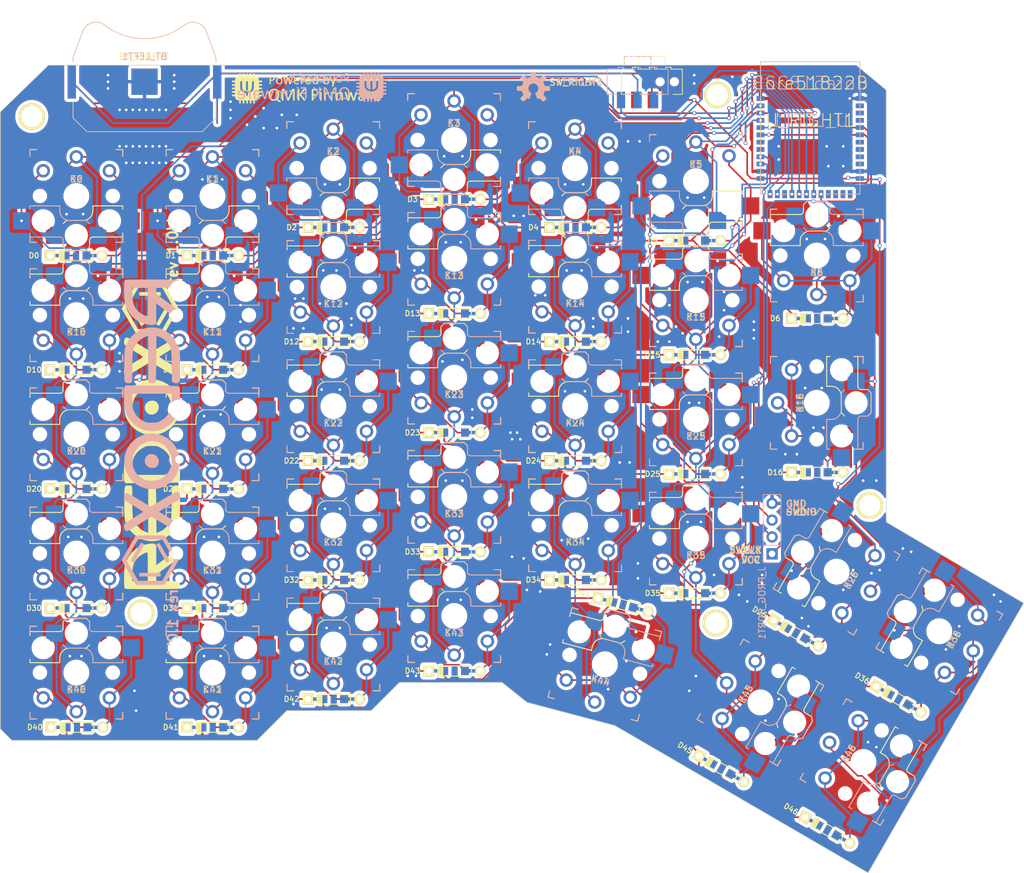
<source format=kicad_pcb>
(kicad_pcb (version 20221018) (generator pcbnew)
  (title_block (title "Redox keyboard PCB") (date "2018-05-05") (rev "1.0") (comment 1 "designed by Mattia Dal Ben (aka u/TiaMaT102)") (comment 2 "https://github.com/mattdibi/redox-keyboard"))
  (layers (0 "F.Cu" signal) (31 "B.Cu" signal) (34 "B.Paste" user) (35 "F.Paste" user) (36 "B.SilkS" user "B.Silkscreen") (37 "F.SilkS" user "F.Silkscreen") (38 "B.Mask" user) (39 "F.Mask" user) (44 "Edge.Cuts" user))
  (net 0 "")
  (net 1 "row0")
  (net 2 "row1")
  (net 3 "row2")
  (net 4 "row3")
  (net 5 "row4")
  (net 6 "col0")
  (net 7 "col1")
  (net 8 "col2")
  (net 9 "col3")
  (net 10 "col4")
  (net 11 "col5")
  (net 12 "col6")
  (net 13 "VCC")
  (net 14 "GND")
  (net 15 "Net-(BT_LEFT1-+)")
  (net 16 "Net-(BT_RIGHT1-+)")
  (net 17 "SWCLK")
  (net 18 "SWDIO")
  (net 19 "Net-(D0-A)")
  (net 20 "Net-(D1-A)")
  (net 21 "Net-(D2-A)")
  (net 22 "Net-(D3-A)")
  (net 23 "Net-(D4-A)")
  (net 24 "Net-(D5-A)")
  (net 25 "Net-(D6-A)")
  (net 26 "Net-(D10-A)")
  (net 27 "Net-(D11-A)")
  (net 28 "Net-(D12-A)")
  (net 29 "Net-(D13-A)")
  (net 30 "Net-(D14-A)")
  (net 31 "Net-(D15-A)")
  (net 32 "Net-(D16-A)")
  (net 33 "Net-(D20-A)")
  (net 34 "Net-(D21-A)")
  (net 35 "Net-(D22-A)")
  (net 36 "Net-(D23-A)")
  (net 37 "Net-(D24-A)")
  (net 38 "Net-(D25-A)")
  (net 39 "Net-(D26-A)")
  (net 40 "Net-(D30-A)")
  (net 41 "Net-(D31-A)")
  (net 42 "Net-(D32-A)")
  (net 43 "Net-(D33-A)")
  (net 44 "Net-(D34-A)")
  (net 45 "Net-(D35-A)")
  (net 46 "Net-(D36-A)")
  (net 47 "Net-(D40-A)")
  (net 48 "Net-(D41-A)")
  (net 49 "Net-(D42-A)")
  (net 50 "Net-(D43-A)")
  (net 51 "Net-(D44-A)")
  (net 52 "Net-(D45-A)")
  (net 53 "Net-(D46-A)")
  (net 59 "unconnected-(U_LEFT1-P08-Pad22)")
  (footprint "Keebio-Parts:Diode-dual" (layer "F.Cu") (at 81.045 62.8 180)
    (fp_text reference "D0")
    (fp_text value "D" hide)
  )
  (footprint "Keebio-Parts:Diode-dual" (layer "F.Cu") (at 101.695 62.8 180)
    (fp_text reference "D1")
    (fp_text value "D" hide)
  )
  (footprint "Keebio-Parts:Diode-dual" (layer "F.Cu") (at 119.945 58.55 180)
    (fp_text reference "D2")
    (fp_text value "D" hide)
  )
  (footprint "Keebio-Parts:Diode-dual" (layer "F.Cu") (at 138.195 54.3 180)
    (fp_text reference "D3")
    (fp_text value "D" hide)
  )
  (footprint "Keebio-Parts:Diode-dual" (layer "F.Cu") (at 156.445 58.55 180)
    (fp_text reference "D4")
    (fp_text value "D" hide)
  )
  (footprint "Keebio-Parts:Diode-dual" (layer "F.Cu") (at 174.445 60.55 180)
    (fp_text reference "D5")
    (fp_text value "D" hide)
  )
  (footprint "Keebio-Parts:Diode-dual" (layer "F.Cu") (at 192.945 72.3 180)
    (fp_text reference "D6")
    (fp_text value "D" hide)
  )
  (footprint "Keebio-Parts:Diode-dual" (layer "F.Cu") (at 81.045 80.05 180)
    (fp_text reference "D10")
    (fp_text value "D" hide)
  )
  (footprint "Keebio-Parts:Diode-dual" (layer "F.Cu") (at 101.695 80.05 180)
    (fp_text reference "D11")
    (fp_text value "D" hide)
  )
  (footprint "Keebio-Parts:Diode-dual" (layer "F.Cu") (at 119.945 75.8 180)
    (fp_text reference "D12")
    (fp_text value "D" hide)
  )
  (footprint "Keebio-Parts:Diode-dual" (layer "F.Cu") (at 138.195 71.55 180)
    (fp_text reference "D13")
    (fp_text value "D" hide)
  )
  (footprint "Keebio-Parts:Diode-dual" (layer "F.Cu") (at 156.445 75.8 180)
    (fp_text reference "D14")
    (fp_text value "D" hide)
  )
  (footprint "Keebio-Parts:Diode-dual" (layer "F.Cu") (at 174.445 77.8 180)
    (fp_text reference "D15")
    (fp_text value "D" hide)
  )
  (footprint "Keebio-Parts:Diode-dual" (layer "F.Cu") (at 192.945 95.55 180)
    (fp_text reference "D16")
    (fp_text value "D" hide)
  )
  (footprint "Keebio-Parts:Diode-dual" (layer "F.Cu") (at 81.045 98.05 180)
    (fp_text reference "D20")
    (fp_text value "D" hide)
  )
  (footprint "Keebio-Parts:Diode-dual" (layer "F.Cu") (at 101.695 98.05 180)
    (fp_text reference "D21")
    (fp_text value "D" hide)
  )
  (footprint "Keebio-Parts:Diode-dual" (layer "F.Cu") (at 119.945 93.8 180)
    (fp_text reference "D22")
    (fp_text value "D" hide)
  )
  (footprint "Keebio-Parts:Diode-dual" (layer "F.Cu") (at 138.195 89.55 180)
    (fp_text reference "D23")
    (fp_text value "D" hide)
  )
  (footprint "Keebio-Parts:Diode-dual" (layer "F.Cu") (at 156.445 93.8 180)
    (fp_text reference "D24")
    (fp_text value "D" hide)
  )
  (footprint "Keebio-Parts:Diode-dual" (layer "F.Cu") (at 174.445 95.8 180)
    (fp_text reference "D25")
    (fp_text value "D" hide)
  )
  (footprint "Keebio-Parts:Diode-dual" (layer "F.Cu") (at 189.73399 119.8375 150)
    (fp_text reference "D26")
    (fp_text value "D" hide)
  )
  (footprint "Keebio-Parts:Diode-dual" (layer "F.Cu") (at 81.045 116.05 180)
    (fp_text reference "D30")
    (fp_text value "D" hide)
  )
  (footprint "Keebio-Parts:Diode-dual" (layer "F.Cu") (at 101.695 116.05 180)
    (fp_text reference "D31")
    (fp_text value "D" hide)
  )
  (footprint "Keebio-Parts:Diode-dual" (layer "F.Cu") (at 119.945 111.8 180)
    (fp_text reference "D32")
    (fp_text value "D" hide)
  )
  (footprint "Keebio-Parts:Diode-dual" (layer "F.Cu") (at 138.195 107.55 180)
    (fp_text reference "D33")
    (fp_text value "D" hide)
  )
  (footprint "Keebio-Parts:Diode-dual" (layer "F.Cu") (at 156.445 111.8 180)
    (fp_text reference "D34")
    (fp_text value "D" hide)
  )
  (footprint "Keebio-Parts:Diode-dual" (layer "F.Cu") (at 174.445 113.8 180)
    (fp_text reference "D35")
    (fp_text value "D" hide)
  )
  (footprint "Keebio-Parts:Diode-dual" (layer "F.Cu") (at 205.23399 129.8375 150)
    (fp_text reference "D36")
    (fp_text value "D" hide)
  )
  (footprint "Keebio-Parts:Diode-dual" (layer "F.Cu") (at 81.195 134.05 180)
    (fp_text reference "D40")
    (fp_text value "D" hide)
  )
  (footprint "Keebio-Parts:Diode-dual" (layer "F.Cu") (at 101.695 134.05 180)
    (fp_text reference "D41")
    (fp_text value "D" hide)
  )
  (footprint "Keebio-Parts:Diode-dual" (layer "F.Cu") (at 119.945 129.8 180)
    (fp_text reference "D42")
    (fp_text value "D" hide)
  )
  (footprint "Keebio-Parts:Diode-dual" (layer "F.Cu") (at 138.195 125.55 180)
    (fp_text reference "D43")
    (fp_text value "D" hide)
  )
  (footprint "Keebio-Parts:Diode-dual" (layer "F.Cu") (at 163.62 115.55 165)
    (fp_text reference "D44")
    (fp_text value "D" hide)
  )
  (footprint "Keebio-Parts:Diode-dual" (layer "F.Cu") (at 178.48399 140.3375 150)
    (fp_text reference "D45")
    (fp_text value "D" hide)
  )
  (footprint "Keebio-Parts:Diode-dual" (layer "F.Cu") (at 194.48399 149.5875 150)
    (fp_text reference "D46")
    (fp_text value "D" hide)
  )
  (footprint "Keebio-Parts:Kailh_socket_PG1350_optional_reversible_125" (layer "F.Cu") (at 81.095 53.8 180)
    (fp_text reference "K0")
    (fp_text value "KEYSW")
  )
  (footprint "Keebio-Parts:Kailh_socket_PG1350_optional_reversible_100" (layer "F.Cu") (at 101.645 53.8 180)
    (fp_text reference "K1")
    (fp_text value "KEYSW")
  )
  (footprint "Keebio-Parts:Kailh_socket_PG1350_optional_reversible_100" (layer "F.Cu") (at 119.87 49.6 180)
    (fp_text reference "K2")
    (fp_text value "KEYSW")
  )
  (footprint "Keebio-Parts:Kailh_socket_PG1350_optional_reversible_100" (layer "F.Cu") (at 138.12 45.35 180)
    (fp_text reference "K3")
    (fp_text value "KEYSW")
  )
  (footprint "Keebio-Parts:Kailh_socket_PG1350_optional_reversible_100" (layer "F.Cu") (at 156.37 49.6 180)
    (fp_text reference "K4")
    (fp_text value "KEYSW")
  )
  (footprint "Keebio-Parts:Kailh_socket_PG1350_optional_reversible_100" (layer "F.Cu") (at 174.62 51.55 180)
    (fp_text reference "K5")
    (fp_text value "KEYSW")
  )
  (footprint "Keebio-Parts:Kailh_socket_PG1350_optional_reversible_100" (layer "F.Cu") (at 192.87 62.8)
    (fp_text reference "K6")
    (fp_text value "KEYSW")
  )
  (footprint "Keebio-Parts:Kailh_socket_PG1350_optional_reversible_125" (layer "F.Cu") (at 81.095 71.8)
    (fp_text reference "K10")
    (fp_text value "KEYSW")
  )
  (footprint "Keebio-Parts:Kailh_socket_PG1350_optional_reversible_100" (layer "F.Cu") (at 101.645 71.8)
    (fp_text reference "K11")
    (fp_text value "KEYSW")
  )
  (footprint "Keebio-Parts:Kailh_socket_PG1350_optional_reversible_100" (layer "F.Cu") (at 119.895 67.55)
    (fp_text reference "K12")
    (fp_text value "KEYSW")
  )
  (footprint "Keebio-Parts:Kailh_socket_PG1350_optional_reversible_100" (layer "F.Cu") (at 138.145 63.3)
    (fp_text reference "K13")
    (fp_text value "KEYSW")
  )
  (footprint "Keebio-Parts:Kailh_socket_PG1350_optional_reversible_100" (layer "F.Cu") (at 156.395 67.5)
    (fp_text reference "K14")
    (fp_text value "KEYSW")
  )
  (footprint "Keebio-Parts:Kailh_socket_PG1350_optional_reversible_100" (layer "F.Cu") (at 174.62 69.55)
    (fp_text reference "K15")
    (fp_text value "KEYSW")
  )
  (footprint "Keebio-Parts:Kailh_socket_PG1350_optional_reversible_150" (layer "F.Cu") (at 192.87 85.05 -90)
    (fp_text reference "K16")
    (fp_text value "KEYSW")
  )
  (footprint "Keebio-Parts:Kailh_socket_PG1350_optional_reversible_125" (layer "F.Cu") (at 81.095 89.8)
    (fp_text reference "K20")
    (fp_text value "KEYSW")
  )
  (footprint "Keebio-Parts:Kailh_socket_PG1350_optional_reversible_100" (layer "F.Cu") (at 101.645 89.8)
    (fp_text reference "K21")
    (fp_text value "KEYSW")
  )
  (footprint "Keebio-Parts:Kailh_socket_PG1350_optional_reversible_100" (layer "F.Cu") (at 119.895 85.55)
    (fp_text reference "K22")
    (fp_text value "KEYSW")
  )
  (footprint "Keebio-Parts:Kailh_socket_PG1350_optional_reversible_100" (layer "F.Cu") (at 138.145 81.25)
    (fp_text reference "K23")
    (fp_text value "KEYSW")
  )
  (footprint "Keebio-Parts:Kailh_socket_PG1350_optional_reversible_100" (layer "F.Cu") (at 156.395 85.55)
    (fp_text reference "K24")
    (fp_text value "KEYSW")
  )
  (footprint "Keebio-Parts:Kailh_socket_PG1350_optional_reversible_100" (layer "F.Cu") (at 174.62 87.55)
    (fp_text reference "K25")
    (fp_text value "KEYSW")
  )
  (footprint "Keebio-Parts:Kailh_socket_PG1350_optional_reversible_100" (layer "F.Cu") (at 195.87 110.55 60)
    (fp_text reference "K26")
    (fp_text value "KEYSW")
  )
  (footprint "Keebio-Parts:Kailh_socket_PG1350_optional_reversible_125" (layer "F.Cu") (at 81.095 107.8)
    (fp_text reference "K30")
    (fp_text value "KEYSW")
  )
  (footprint "Keebio-Parts:Kailh_socket_PG1350_optional_reversible_100" (layer "F.Cu") (at 101.645 107.8)
    (fp_text reference "K31")
    (fp_text value "KEYSW")
  )
  (footprint "Keebio-Parts:Kailh_socket_PG1350_optional_reversible_100" (layer "F.Cu") (at 119.895 103.55)
    (fp_text reference "K32")
    (fp_text value "KEYSW")
  )
  (footprint "Keebio-Parts:Kailh_socket_PG1350_optional_reversible_100" (layer "F.Cu") (at 138.145 99.25)
    (fp_text reference "K33")
    (fp_text value "KEYSW")
  )
  (footprint "Keebio-Parts:Kailh_socket_PG1350_optional_reversible_100" (layer "F.Cu") (at 156.395 103.55)
    (fp_text reference "K34")
    (fp_text value "KEYSW")
  )
  (footprint "Keebio-Parts:Kailh_socket_PG1350_optional_reversible_100" (layer "F.Cu") (at 174.62 105.55)
    (fp_text reference "K35")
    (fp_text value "KEYSW")
  )
  (footprint "Keebio-Parts:Kailh_socket_PG1350_optional_reversible_100" (layer "F.Cu") (at 211.37 119.55 60)
    (fp_text reference "K36")
    (fp_text value "KEYSW")
  )
  (footprint "Keebio-Parts:Kailh_socket_PG1350_optional_reversible_125" (layer "F.Cu") (at 81.095 125.8)
    (fp_text reference "K40")
    (fp_text value "KEYSW")
  )
  (footprint "Keebio-Parts:Kailh_socket_PG1350_optional_reversible_100" (layer "F.Cu") (at 101.645 125.8)
    (fp_text reference "K41")
    (fp_text value "KEYSW")
  )
  (footprint "Keebio-Parts:Kailh_socket_PG1350_optional_reversible_100" (layer "F.Cu") (at 119.895 121.55)
    (fp_text reference "K42")
    (fp_text value "KEYSW")
  )
  (footprint "Keebio-Parts:Kailh_socket_PG1350_optional_reversible_100" (layer "F.Cu") (at 138.145 117.25)
    (fp_text reference "K43")
    (fp_text value "KEYSW")
  )
  (footprint "Keebio-Parts:Kailh_socket_PG1350_optional_reversible_125" (layer "F.Cu") (at 160.87 124.55 -15)
    (fp_text reference "K44")
    (fp_text value "KEYSW")
  )
  (footprint "Keebio-Parts:Kailh_socket_PG1350_optional_reversible_150" (layer "F.Cu") (at 184.37 130.3 -120)
    (fp_text reference "K45")
    (fp_text value "KEYSW")
  )
  (footprint "Keebio-Parts:Kailh_socket_PG1350_optional_reversible_150" (layer "F.Cu") (at 199.910897 139.3 -120)
    (fp_text reference "K46")
    (fp_text value "KEYSW")
  )
  (footprint "keyboard_parts:HOLE_M3" (layer "F.Cu") (at 90.87 116.8)
    (fp_text reference "HOLE_M3" hide)
    (fp_text value "VAL**" hide)
  )
  (footprint "myparts:redox-logo" (layer "F.Cu") (at 92.485 90.12 90)
    (fp_text reference "G***" hide)
    (fp_text value "LOGO" hide)
  )
  (footprint "keyboard_parts:HOLE_M3" (layer "F.Cu") (at 177.87 38.55)
    (fp_text reference "HOLE_M3" hide)
    (fp_text value "VAL**" hide)
  )
  (footprint "keyboard_parts:HOLE_M3" (layer "F.Cu") (at 74.37 41.8)
    (fp_text reference "HOLE_M3" hide)
    (fp_text value "VAL**" hide)
  )
  (footprint "keyboard_parts:HOLE_M3" (layer "F.Cu") (at 177.62 118.3)
    (fp_text reference "HOLE_M3" hide)
    (fp_text value "VAL**" hide)
  )
  (footprint "keyboard_parts:HOLE_M3" (layer "F.Cu") (at 200.87 100.55)
    (fp_text reference "HOLE_M3" hide)
    (fp_text value "VAL**" hide)
  )
  (footprint "myparts:qmk-badge" (layer "F.Cu") (at 115.87 37.55)
    (fp_text reference "G***" hide)
    (fp_text value "LOGO" hide)
  )
  (footprint "Keebio-Parts:MY-YJ-14015-Module" (layer "F.Cu") (at 191.87 53.52526)
    (fp_text reference "U_RIGHT1")
    (fp_text value "Core51822B")
  )
  (footprint "Sparkfun-Aesthetics:OSHW-LOGO-M" (layer "F.Cu") (at 150.08 37.57)
    (fp_text reference "")
    (fp_text value "")
  )
  (footprint "Battery:BatteryHolder_Keystone_3034_1x20mm" (layer "F.Cu") (at 91.385 36.55 180)
    (fp_text reference "BT_RIGHT1")
    (fp_text value "Battery_Cell")
  )
  (footprint "Button_Switch_SMD:SW_SPDT_CK-JS102011SAQN" (layer "F.Cu") (at 167.97 36.55 180)
    (fp_text reference "SW_RIGHT1")
    (fp_text value "SW_SPDT")
  )
  (footprint "myparts:redox-logo" (layer "B.Cu") (at 92.485 89.485 -90)
    (fp_text reference "G***" hide)
    (fp_text value "LOGO" hide)
  )
  (footprint "Connector_PinHeader_2.54mm:PinHeader_1x04_P2.54mm_Vertical" (layer "B.Cu") (at 186.12 107.85)
    (fp_text reference "J_PROG_PORT1")
    (fp_text value "Conn_01x04_Male")
  )
  (footprint "myparts:qmk-badge" (layer "B.Cu") (at 116.62 37.3 180)
    (fp_text reference "G***" hide)
    (fp_text value "LOGO" hide)
  )
  (footprint "Sparkfun-Aesthetics:OSHW-LOGO-M" (layer "B.Cu") (at 150.12 37.55 180)
    (fp_text reference "")
    (fp_text value "")
  )
  (footprint "Button_Switch_SMD:SW_SPDT_CK-JS102011SAQN" (layer "B.Cu") (at 165.82 36.554)
    (fp_text reference "SW_LEFT1")
    (fp_text value "SW_SPDT")
  )
  (footprint "Keebio-Parts:MY-YJ-14015-Module" (layer "B.Cu") (at 191.87 53.52526 180)
    (fp_text reference "U_LEFT1")
    (fp_text value "Core51822B")
  )
  (footprint "Battery:BatteryHolder_Keystone_3034_1x20mm" (layer "B.Cu") (at 91.385 36.55)
    (fp_text reference "BT_LEFT1")
    (fp_text value "Battery_Cell")
  )
  (gr_line (start 69.62 41.098) (end 69.62 44.4) (stroke (width 0.1)) (layer "Edge.Cuts"))
  (gr_line (start 69.62 41.098) (end 76.87 34.05) (stroke (width 0.1)) (layer "Edge.Cuts"))
  (gr_line (start 71.37 136.05) (end 108.37 136.05) (stroke (width 0.1)) (layer "Edge.Cuts"))
  (gr_line (start 125.62 131.55) (end 129.87 127.3) (stroke (width 0.1)) (layer "Edge.Cuts"))
  (gr_line (start 112.87 131.55) (end 125.62 131.55) (stroke (width 0.1)) (layer "Edge.Cuts"))
  (gr_line (start 149.12 130.3) (end 145.37 127.3) (stroke (width 0.1)) (layer "Edge.Cuts"))
  (gr_line (start 198.87 34.05) (end 76.87 34.05) (stroke (width 0.1)) (layer "Edge.Cuts"))
  (gr_line (start 145.37 127.3) (end 129.87 127.3) (stroke (width 0.1)) (layer "Edge.Cuts"))
  (gr_line (start 200.62 156.05) (end 162.37 133.8) (stroke (width 0.1)) (layer "Edge.Cuts"))
  (gr_line (start 69.62 134.3) (end 71.37 136.05) (stroke (width 0.1)) (layer "Edge.Cuts"))
  (gr_line (start 69.62 44.4) (end 69.62 134.3) (stroke (width 0.1)) (layer "Edge.Cuts"))
  (gr_line (start 108.37 136.05) (end 112.87 131.55) (stroke (width 0.1)) (layer "Edge.Cuts"))
  (gr_line (start 203.37 37.8) (end 198.87 34.05) (stroke (width 0.1)) (layer "Edge.Cuts"))
  (gr_line (start 203.37 37.8) (end 203.37 103.05) (stroke (width 0.1)) (layer "Edge.Cuts"))
  (gr_line (start 203.37 103.05) (end 224.12 115.3) (stroke (width 0.1)) (layer "Edge.Cuts"))
  (gr_line (start 200.62 156.05) (end 224.12 115.3) (stroke (width 0.1)) (layer "Edge.Cuts"))
  (gr_line (start 162.37 133.8) (end 149.12 130.3) (stroke (width 0.1)) (layer "Edge.Cuts"))
  (gr_text "VCC" (at 184.418 108.8) (layer "B.SilkS") (effects (font (size 1 1) (thickness 0.2)) (justify left mirror)))
  (gr_text "SWCLK" (at 184.62 107.3) (layer "B.SilkS") (effects (font (size 1 1) (thickness 0.2)) (justify left mirror)))
  (gr_text "SWDIO" (at 192.946 101.55) (layer "B.SilkS") (effects (font (size 1 1) (thickness 0.2)) (justify left mirror)))
  (gr_text "GND" (at 191.422 100.3) (layer "B.SilkS") (effects (font (size 1 1) (thickness 0.2)) (justify left mirror)))
  (gr_text "rev 1.0W" (at 95.66 118.06 90) (layer "B.SilkS") (effects (font (size 1.5 1.5) (thickness 0.3)) (justify mirror)))
  (gr_text "SWDIO" (at 188.12 101.55) (layer "F.SilkS") (effects (font (size 1 1) (thickness 0.2)) (justify left)))
  (gr_text "SWCLK" (at 179.54 107.3) (layer "F.SilkS") (effects (font (size 1 1) (thickness 0.2)) (justify left)))
  (gr_text "VCC" (at 181.37 108.8) (layer "F.SilkS") (effects (font (size 1 1) (thickness 0.2)) (justify left)))
  (gr_text "GND" (at 188.12 100.3) (layer "F.SilkS") (effects (font (size 1 1) (thickness 0.2)) (justify left)))
  (gr_text "rev 1.0W" (at 95.66 62.18 90) (layer "F.SilkS") (effects (font (size 1.5 1.5) (thickness 0.3))))
  (segment (start 146.12 58.55) (end 152.545 58.55) (width 0.25) (layer "F.Cu") (net 1))
  (segment (start 100.37 63.8) (end 102.87 63.8) (width 0.25) (layer "F.Cu") (net 1))
  (segment (start 107.87 64.05) (end 113.37 58.55) (width 0.25) (layer "F.Cu") (net 1))
  (segment (start 181.332433 44.262432) (end 181.332433 42.718177) (width 0.25) (layer "F.Cu") (net 1))
  (segment (start 131.87 54.3) (end 134.295 54.3) (width 0.25) (layer "F.Cu") (net 1))
  (segment (start 81.87 64.05) (end 88.37 64.05) (width 0.25) (layer "F.Cu") (net 1))
  (segment (start 136.62 54.3) (end 136.62 55.05) (width 0.25) (layer "F.Cu") (net 1))
  (segment (start 79.47 62.8) (end 80.62 62.8) (width 0.25) (layer "F.Cu") (net 1))
  (segment (start 155.245 59.675) (end 161.245 59.675) (width 0.25) (layer "F.Cu") (net 1))
  (segment (start 136.62 55.05) (end 136.995 55.425) (width 0.25) (layer "F.Cu") (net 1))
  (segment (start 89.62 62.8) (end 97.795 62.8) (width 0.25) (layer "F.Cu") (net 1))
  (segment (start 177.12 57.65165) (end 177.12 46.8) (width 0.25) (layer "F.Cu") (net 1))
  (segment (start 175.64665 61.975) (end 179.52 61.975) (width 0.25) (layer "F.Cu") (net 1))
  (segment (start 174.22165 60.55) (end 175.64665 61.975) (width 0.25) (layer "F.Cu") (net 1))
  (segment (start 100.12 63.55) (end 100.37 63.8) (width 0.25) (layer "F.Cu") (net 1))
  (segment (start 118.745 59.675) (end 126.495 59.675) (width 0.25) (layer "F.Cu") (net 1))
  (segment (start 175.22165 59.55) (end 177.12 57.65165) (width 0.25) (layer "F.Cu") (net 1))
  (segment (start 113.37 58.55) (end 116.045 58.55) (width 0.25) (layer "F.Cu") (net 1))
  (segment (start 172.87 60.55) (end 174.22165 60.55) (width 0.25) (layer "F.Cu") (net 1))
  (segment (start 118.37 58.55) (end 118.37 59.3) (width 0.25) (layer "F.Cu") (net 1))
  (segment (start 173.87 60.55) (end 174.87 59.55) (width 0.25) (layer "F.Cu") (net 1))
  (segment (start 189.045 71.5) (end 189.045 72.3) (width 0.25) (layer "F.Cu") (net 1))
  (segment (start 183.87305 40.17756) (end 184.37192 40.17756) (width 0.25) (layer "F.Cu") (net 1))
  (segment (start 103.12 64.05) (end 107.87 64.05) (width 0.25) (layer "F.Cu") (net 1))
  (segment (start 100.12 62.8) (end 100.12 63.55) (width 0.25) (layer "F.Cu") (net 1))
  (segment (start 142.995 55.425) (end 146.12 58.55) (width 0.25) (layer "F.Cu") (net 1))
  (segment (start 126.495 59.675) (end 131.87 54.3) (width 0.25) (layer "F.Cu") (net 1))
  (segment (start 80.62 62.8) (end 81.87 64.05) (width 0.25) (layer "F.Cu") (net 1))
  (segment (start 162.12 60.55) (end 170.545 60.55) (width 0.25) (layer "F.Cu") (net 1))
  (segment (start 154.87 58.55) (end 154.87 59.3) (width 0.25) (layer "F.Cu") (net 1))
  (segment (start 102.87 63.8) (end 103.12 64.05) (width 0.25) (layer "F.Cu") (net 1))
  (segment (start 181.332433 42.718177) (end 183.87305 40.17756) (width 0.25) (layer "F.Cu") (net 1))
  (segment (start 174.87 59.55) (end 175.22165 59.55) (width 0.25) (layer "F.Cu") (net 1))
  (segment (start 88.37 64.05) (end 89.62 62.8) (width 0.25) (layer "F.Cu") (net 1))
  (segment (start 118.37 59.3) (end 118.745 59.675) (width 0.25) (layer "F.Cu") (net 1))
  (segment (start 154.87 59.3) (end 155.245 59.675) (width 0.25) (layer "F.Cu") (net 1))
  (segment (start 172.87 60.55) (end 173.87 60.55) (width 0.25) (layer "F.Cu") (net 1))
  (segment (start 136.995 55.425) (end 142.995 55.425) (width 0.25) (layer "F.Cu") (net 1))
  (segment (start 161.245 59.675) (end 162.12 60.55) (width 0.25) (layer "F.Cu") (net 1))
  (segment (start 179.52 61.975) (end 189.045 71.5) (width 0.25) (layer "F.Cu") (net 1))
  (via (at 181.332433 44.262432) (size 0.6) (drill 0.4) (layers "F.Cu" "B.Cu") (net 1))
  (via (at 184.37192 40.17756) (size 0.6) (drill 0.4) (layers "F.Cu" "B.Cu") (net 1))
  (via (at 177.12 46.8) (size 0.6) (drill 0.4) (layers "F.Cu" "B.Cu") (net 1))
  (segment (start 177.12 46.8) (end 177.92 46) (width 0.25) (layer "B.Cu") (net 1))
  (segment (start 177.92 46) (end 179.594865 46) (width 0.25) (layer "B.Cu") (net 1))
  (segment (start 179.594865 46) (end 181.332433 44.262432) (width 0.25) (layer "B.Cu") (net 1))
  (segment (start 143.62 73.05) (end 146.37 75.8) (width 0.25) (layer "F.Cu") (net 2))
  (segment (start 107.12 81.55) (end 112.87 75.8) (width 0.25) (layer "F.Cu") (net 2))
  (segment (start 186.62 95.55) (end 189.045 95.55) (width 0.25) (layer "F.Cu") (net 2))
  (segment (start 97.37 81.55) (end 97.795 81.125) (width 0.25) (layer "F.Cu") (net 2))
  (segment (start 138.12 73.05) (end 143.62 73.05) (width 0.25) (layer "F.Cu") (net 2))
  (segment (start 112.87 75.8) (end 116.045 75.8) (width 0.25) (layer "F.Cu") (net 2))
  (segment (start 183.12 79.3) (end 184.87 81.05) (width 0.25) (layer "F.Cu") (net 2))
  (segment (start 192.62 41.3) (end 184.39454 41.3) (width 0.25) (layer "F.Cu") (net 2))
  (segment (start 161.12 77.3) (end 161.62 77.8) (width 0.25) (layer "F.Cu") (net 2))
  (segment (start 100.12 80.05) (end 100.12 81.3) (width 0.25) (layer "F.Cu") (net 2))
  (segment (start 155.37 77.3) (end 161.12 77.3) (width 0.25) (layer "F.Cu") (net 2))
  (segment (start 124.62 77.3) (end 130.37 71.55) (width 0.25) (layer "F.Cu") (net 2))
  (segment (start 184.39454 41.3) (end 184.37192 41.27738) (width 0.25) (layer "F.Cu") (net 2))
  (segment (start 130.37 71.55) (end 134.295 71.55) (width 0.25) (layer "F.Cu") (net 2))
  (segment (start 183.52248 41.27738) (end 182.12 42.67986) (width 0.25) (layer "F.Cu") (net 2))
  (segment (start 118.37 76.8) (end 118.87 77.3) (width 0.25) (layer "F.Cu") (net 2))
  (segment (start 184.87 81.05) (end 184.87 93.8) (width 0.25) (layer "F.Cu") (net 2))
  (segment (start 136.62 71.55) (end 138.12 73.05) (width 0.25) (layer "F.Cu") (net 2))
  (segment (start 161.62 77.8) (end 170.545 77.8) (width 0.25) (layer "F.Cu") (net 2))
  (segment (start 172.87 79.05) (end 173.12 79.3) (width 0.25) (layer "F.Cu") (net 2))
  (segment (start 184.37192 41.27738) (end 183.52248 41.27738) (width 0.25) (layer "F.Cu") (net 2))
  (segment (start 146.37 75.8) (end 152.545 75.8) (width 0.25) (layer "F.Cu") (net 2))
  (segment (start 79.47 80.05) (end 79.47 81.15) (width 0.25) (layer "F.Cu") (net 2))
  (segment (start 184.87 93.8) (end 186.62 95.55) (width 0.25) (layer "F.Cu") (net 2))
  (segment (start 79.87 81.55) (end 97.37 81.55) (width 0.25) (layer "F.Cu") (net 2))
  (segment (start 100.12 81.3) (end 100.37 81.55) (width 0.25) (layer "F.Cu") (net 2))
  (segment (start 79.47 81.15) (end 79.87 81.55) (width 0.25) (layer "F.Cu") (net 2))
  (segment (start 154.87 76.8) (end 155.37 77.3) (width 0.25) (layer "F.Cu") (net 2))
  (segment (start 100.37 81.55) (end 107.12 81.55) (width 0.25) (layer "F.Cu") (net 2))
  (segment (start 154.87 75.8) (end 154.87 76.8) (width 0.25) (layer "F.Cu") (net 2))
  (segment (start 173.12 79.3) (end 183.12 79.3) (width 0.25) (layer "F.Cu") (net 2))
  (segment (start 118.87 77.3) (end 124.62 77.3) (width 0.25) (layer "F.Cu") (net 2))
  (segment (start 97.795 81.125) (end 97.795 80.05) (width 0.25) (layer "F.Cu") (net 2))
  (segment (start 118.37 75.8) (end 118.37 76.8) (width 0.25) (layer "F.Cu") (net 2))
  (segment (start 182.12 42.67986) (end 182.12 45.8) (width 0.25) (layer "F.Cu") (net 2))
  (segment (start 172.87 77.8) (end 172.87 79.05) (width 0.25) (layer "F.Cu") (net 2))
  (via (at 182.12 45.8) (size 0.6) (drill 0.4) (layers "F.Cu" "B.Cu") (net 2))
  (via (at 184.37192 41.27738) (size 0.6) (drill 0.4) (layers "F.Cu" "B.Cu") (net 2))
  (via (at 90.62 81.55) (size 0.6) (drill 0.4) (layers "F.Cu" "B.Cu") (net 2))
  (via (at 192.62 41.3) (size 0.6) (drill 0.4) (layers "F.Cu" "B.Cu") (net 2))
  (segment (start 90.995 53.753539) (end 98.448539 46.3) (width 0.25) (layer "B.Cu") (net 2))
  (segment (start 172.42 42.25) (end 175.545 39.125) (width 0.25) (layer "B.Cu") (net 2))
  (segment (start 162.12 38.25) (end 162.12 40.8) (width 0.25) (layer "B.Cu") (net 2))
  (segment (start 113.17 35.75) (end 159.62 35.75) (width 0.25) (layer "B.Cu") (net 2))
  (segment (start 175.545 39.125) (end 175.545 37.586953) (width 0.25) (layer "B.Cu") (net 2))
  (segment (start 186.221471 34.901471) (end 192.62 41.3) (width 0.25) (layer "B.Cu") (net 2))
  (segment (start 90.62 81.55) (end 90.995 81.175) (width 0.25) (layer "B.Cu") (net 2))
  (segment (start 159.62 35.75) (end 162.12 38.25) (width 0.25) (layer "B.Cu") (net 2))
  (segment (start 162.12 40.8) (end 163.57 42.25) (width 0.25) (layer "B.Cu") (net 2))
  (segment (start 98.448539 46.3) (end 102.62 46.3) (width 0.25) (layer "B.Cu") (net 2))
  (segment (start 178.230482 34.901471) (end 186.221471 34.901471) (width 0.25) (layer "B.Cu") (net 2))
  (segment (start 163.57 42.25) (end 172.42 42.25) (width 0.25) (layer "B.Cu") (net 2))
  (segment (start 90.995 81.175) (end 90.995 53.753539) (width 0.25) (layer "B.Cu") (net 2))
  (segment (start 175.545 37.586953) (end 178.230482 34.901471) (width 0.25) (layer "B.Cu") (net 2))
  (segment (start 102.62 46.3) (end 113.17 35.75) (width 0.25) (layer "B.Cu") (net 2))
  (segment (start 182.12 100.3) (end 182.12 113.651009) (width 0.25) (layer "F.Cu") (net 3))
  (segment (start 79.87 99.8) (end 97.37 99.8) (width 0.25) (layer "F.Cu") (net 3))
  (segment (start 169.8941 52.7759) (end 171.045 51.625) (width 0.25) (layer "F.Cu") (net 3))
  (segment (start 100.12 99.55) (end 100.37 99.8) (width 0.25) (layer "F.Cu") (net 3))
  (segment (start 118.37 95.05) (end 118.87 95.55) (width 0.25) (layer "F.Cu") (net 3))
  (segment (start 167.686589 63.616589) (end 167.686589 61.366589) (width 0.25) (layer "F.Cu") (net 3))
  (segment (start 100.37 99.8) (end 106.12 99.8) (width 0.25) (layer "F.Cu") (net 3))
  (segment (start 143.62 91.3) (end 146.12 93.8) (width 0.25) (layer "F.Cu") (net 3))
  (segment (start 172.87 96.8) (end 173.12 97.05) (width 0.25) (layer "F.Cu") (net 3))
  (segment (start 161.87 95.3) (end 162.37 95.8) (width 0.25) (layer "F.Cu") (net 3))
  (segment (start 155.37 95.3) (end 161.87 95.3) (width 0.25) (layer "F.Cu") (net 3))
  (segment (start 175.629 44.309) (end 177.62 46.3) (width 0.25) (layer "F.Cu") (net 3))
  (segment (start 174.064539 44.309) (end 175.629 44.309) (width 0.25) (layer "F.Cu") (net 3))
  (segment (start 97.37 99.8) (end 97.795 99.375) (width 0.25) (layer "F.Cu") (net 3))
  (segment (start 100.12 98.05) (end 100.12 99.55) (width 0.25) (layer "F.Cu") (net 3))
  (segment (start 177.62 46.3) (end 180.37 46.3) (width 0.25) (layer "F.Cu") (net 3))
  (segment (start 162.37 95.8) (end 170.545 95.8) (width 0.25) (layer "F.Cu") (net 3))
  (segment (start 154.87 94.8) (end 155.37 95.3) (width 0.25) (layer "F.Cu") (net 3))
  (segment (start 112.12 93.8) (end 116.045 93.8) (width 0.25) (layer "F.Cu") (net 3))
  (segment (start 79.47 98.05) (end 79.47 99.4) (width 0.25) (layer "F.Cu") (net 3))
  (segment (start 124.62 95.55) (end 130.62 89.55) (width 0.25) (layer "F.Cu") (net 3))
  (segment (start 97.795 99.375) (end 97.795 98.05) (width 0.25) (layer "F.Cu") (net 3))
  (segment (start 118.37 93.8) (end 118.37 95.05) (width 0.25) (layer "F.Cu") (net 3))
  (segment (start 172.87 95.8) (end 172.87 96.8) (width 0.25) (layer "F.Cu") (net 3))
  (segment (start 79.47 99.4) (end 79.87 99.8) (width 0.25) (layer "F.Cu") (net 3))
  (segment (start 167.686589 59.616589) (end 167.686589 54.581761) (width 0.25) (layer "F.Cu") (net 3))
  (segment (start 171.045 47.328539) (end 174.064539 44.309) (width 0.25) (layer "F.Cu") (net 3))
  (segment (start 136.62 89.55) (end 136.62 90.8) (width 0.25) (layer "F.Cu") (net 3))
  (segment (start 167.62 61.3) (end 167.686589 61.366589) (width 0.25) (layer "F.Cu") (net 3))
  (segment (start 169.49245 52.7759) (end 169.8941 52.7759) (width 0.25) (layer "F.Cu") (net 3))
  (segment (start 137.12 91.3) (end 143.62 91.3) (width 0.25) (layer "F.Cu") (net 3))
  (segment (start 118.87 95.55) (end 124.62 95.55) (width 0.25) (layer "F.Cu") (net 3))
  (segment (start 146.12 93.8) (end 152.545 93.8) (width 0.25) (layer "F.Cu") (net 3))
  (segment (start 171.045 51.625) (end 171.045 47.328539) (width 0.25) (layer "F.Cu") (net 3))
  (segment (start 167.686589 54.581761) (end 169.49245 52.7759) (width 0.25) (layer "F.Cu") (net 3))
  (segment (start 182.12 113.651009) (end 186.356491 117.8875) (width 0.25) (layer "F.Cu") (net 3))
  (segment (start 136.62 90.8) (end 137.12 91.3) (width 0.25) (layer "F.Cu") (net 3))
  (segment (start 173.12 97.05) (end 178.87 97.05) (width 0.25) (layer "F.Cu") (net 3))
  (segment (start 154.87 93.8) (end 154.87 94.8) (width 0.25) (layer "F.Cu") (net 3))
  (segment (start 178.87 97.05) (end 182.12 100.3) (width 0.25) (layer "F.Cu") (net 3))
  (segment (start 130.62 89.55) (end 134.295 89.55) (width 0.25) (layer "F.Cu") (net 3))
  (segment (start 106.12 99.8) (end 112.12 93.8) (width 0.25) (layer "F.Cu") (net 3))
  (via (at 180.37 46.3) (size 0.6) (drill 0.4) (layers "F.Cu" "B.Cu") (net 3))
  (via (at 167.686589 61.366589) (size 0.6) (drill 0.4) (layers "F.Cu" "B.Cu") (net 3))
  (via (at 167.686589 63.616589) (size 0.6) (drill 0.4) (layers "F.Cu" "B.Cu") (net 3))
  (via (at 184.37192 42.3772) (size 0.6) (drill 0.4) (layers "F.Cu" "B.Cu") (net 3))
  (via (at 167.686589 59.616589) (size 0.6) (drill 0.4) (layers "F.Cu" "B.Cu") (net 3))
  (segment (start 167.686589 84.866589) (end 167.686589 63.616589) (width 0.25) (layer "B.Cu") (net 3))
  (segment (start 167.62 59.55) (end 167.686589 59.616589) (width 0.25) (layer "B.Cu") (net 3))
  (segment (start 180.37 46.3) (end 182.12 44.55) (width 0.25) (layer "B.Cu") (net 3))
  (segment (start 170.37 90.05) (end 170.37 86.3) (width 0.25) (layer "B.Cu") (net 3))
  (segment (start 169.12 86.3) (end 167.686589 84.866589) (width 0.25) (layer "B.Cu") (net 3))
  (segment (start 182.12 43.55) (end 183.2928 42.3772) (width 0.25) (layer "B.Cu") (net 3))
  (segment (start 167.686589 61.366589) (end 167.686589 59.616589) (width 0.25) (layer "B.Cu") (net 3))
  (segment (start 170.37 86.3) (end 169.12 86.3) (width 0.25) (layer "B.Cu") (net 3))
  (segment (start 182.12 44.55) (end 182.12 43.55) (width 0.25) (layer "B.Cu") (net 3))
  (segment (start 172.87 95.8) (end 172.87 92.55) (width 0.25) (layer "B.Cu") (net 3))
  (segment (start 172.87 92.55) (end 170.37 90.05) (width 0.25) (layer "B.Cu") (net 3))
  (segment (start 183.2928 42.3772) (end 184.37192 42.3772) (width 0.25) (layer "B.Cu") (net 3))
  (segment (start 192.007741 122.55) (end 190.12 122.55) (width 0.25) (layer "F.Cu") (net 4))
  (segment (start 172.87 110.3) (end 172.87 110.583178) (width 0.25) (layer "F.Cu") (net 4))
  (segment (start 172.87 114.8) (end 172.87 113.8) (width 0.25) (layer "F.Cu") (net 4))
  (segment (start 136.62 108.55) (end 137.12 109.05) (width 0.25) (layer "F.Cu") (net 4))
  (segment (start 142.87 109.05) (end 145.62 111.8) (width 0.25) (layer "F.Cu") (net 4))
  (segment (start 201.856491 127.8875) (end 197.345241 127.8875) (width 0.25) (layer "F.Cu") (net 4))
  (segment (start 189.12 121.55) (end 187.37 121.55) (width 0.25) (layer "F.Cu") (net 4))
  (segment (start 79.47 117.15) (end 79.87 117.55) (width 0.25) (layer "F.Cu") (net 4))
  (segment (start 154.87 112.55) (end 155.55581 113.23581) (width 0.25) (layer "F.Cu") (net 4))
  (segment (start 181.37 115.55) (end 173.62 115.55) (width 0.25) (layer "F.Cu") (net 4))
  (segment (start 181.87 59.55) (end 180.12 61.3) (width 0.25) (layer "F.Cu") (net 4))
  (segment (start 163.62 113.8) (end 170.545 113.8) (width 0.25) (layer "F.Cu") (net 4))
  (segment (start 173.62 115.55) (end 172.87 114.8) (width 0.25) (layer "F.Cu") (net 4))
  (segment (start 173.87 109.3) (end 172.87 110.3) (width 0.25) (layer "F.Cu") (net 4))
  (segment (start 155.55581 113.23581) (end 163.05581 113.23581) (width 0.25) (layer "F.Cu") (net 4))
  (segment (start 118.37 111.8) (end 118.37 112.8) (width 0.25) (layer "F.Cu") (net 4))
  (segment (start 100.12 116.05) (end 100.12 117.55) (width 0.25) (layer "F.Cu") (net 4))
  (segment (start 118.87 113.3) (end 124.62 113.3) (width 0.25) (layer "F.Cu") (net 4))
  (segment (start 130.37 107.55) (end 134.295 107.55) (width 0.25) (layer "F.Cu") (net 4))
  (segment (start 118.37 112.8) (end 118.87 113.3) (width 0.25) (layer "F.Cu") (net 4))
  (segment (start 89.37 119.55) (end 92.12 119.55) (width 0.25) (layer "F.Cu") (net 4))
  (segment (start 187.37 121.55) (end 181.37 115.55) (width 0.25) (layer "F.Cu") (net 4))
  (segment (start 145.62 111.8) (end 152.545 111.8) (width 0.25) (layer "F.Cu") (net 4))
  (segment (start 100.37 117.8) (end 106.12 117.8) (width 0.25) (layer "F.Cu") (net 4))
  (segment (start 137.12 109.05) (end 142.87 109.05) (width 0.25) (layer "F.Cu") (net 4))
  (segment (start 154.87 111.8) (end 154.87 112.55) (width 0.25) (layer "F.Cu") (net 4))
  (segment (start 136.62 107.55) (end 136.62 108.55) (width 0.25) (layer "F.Cu") (net 4))
  (segment (start 79.87 117.55) (end 87.37 117.55) (width 0.25) (layer "F.Cu") (net 4))
  (segment (start 190.12 122.55) (end 189.12 121.55) (width 0.25) (layer "F.Cu") (net 4))
  (segment (start 79.47 116.05) (end 79.47 117.15) (width 0.25) (layer "F.Cu") (net 4))
  (segment (start 197.345241 127.8875) (end 192.007741 122.55) (width 0.25) (layer "F.Cu") (net 4))
  (segment (start 100.12 117.55) (end 100.37 117.8) (width 0.25) (layer "F.Cu") (net 4))
  (segment (start 163.05581 113.23581) (end 163.62 113.8) (width 0.25) (layer "F.Cu") (net 4))
  (segment (start 112.12 111.8) (end 116.045 111.8) (width 0.25) (layer "F.Cu") (net 4))
  (segment (start 124.62 113.3) (end 130.37 107.55) (width 0.25) (layer "F.Cu") (net 4))
  (segment (start 106.12 117.8) (end 112.12 111.8) (width 0.25) (layer "F.Cu") (net 4))
  (segment (start 95.62 116.05) (end 97.795 116.05) (width 0.25) (layer "F.Cu") (net 4))
  (segment (start 92.12 119.55) (end 95.62 116.05) (width 0.25) (layer "F.Cu") (net 4))
  (segment (start 87.37 117.55) (end 89.37 119.55) (width 0.25) (layer "F.Cu") (net 4))
  (via (at 184.37192 47.8763) (size 0.6) (drill 0.4) (layers "F.Cu" "B.Cu") (net 4))
  (via (at 172.87 110.583178) (size 0.6) (drill 0.4) (layers "F.Cu" "B.Cu") (net 4))
  (via (at 180.12 61.3) (size 0.6) (drill 0.4) (layers "F.Cu" "B.Cu") (net 4))
  (via (at 181.87 59.55) (size 0.6) (drill 0.4) (layers "F.Cu" "B.Cu") (net 4))
  (via (at 173.87 109.3) (size 0.6) (drill 0.4) (layers "F.Cu" "B.Cu") (net 4))
  (segment (start 182.07 59.35) (end 181.87 59.55) (width 0.25) (layer "B.Cu") (net 4))
  (segment (start 176.7095 81.03785) (end 176.7095 93.256961) (width 0.25) (layer "B.Cu") (net 4))
  (segment (start 179.295 62.125) (end 177.545 62.125) (width 0.25) (layer "B.Cu") (net 4))
  (segment (start 185.22136 47.8763) (end 185.82 48.47494) (width 0.25) (layer "B.Cu") (net 4))
  (segment (start 175.07 79.39835) (end 176.7095 81.03785) (width 0.25) (layer "B.Cu") (net 4))
  (segment (start 175.07 97.39835) (end 176.7095 99.03785) (width 0.25) (layer "B.Cu") (net 4))
  (segment (start 185.232766 52.55) (end 182.07 52.55) (width 0.25) (layer "B.Cu") (net 4))
  (segment (start 176.7095 93.256961) (end 175.07 94.896461) (width 0.25) (layer "B.Cu") (net 4))
  (segment (start 185.82 48.47494) (end 185.82 51.962766) (width 0.25) (layer "B.Cu") (net 4))
  (segment (start 176.7095 106.4605) (end 173.87 109.3) (width 0.25) (layer "B.Cu") (net 4))
  (segment (start 175.07 94.896461) (end 175.07 97.39835) (width 0.25) (layer "B.Cu") (net 4))
  (segment (start 172.87 110.583178) (end 172.87 113.8) (width 0.25) (layer "B.Cu") (net 4))
  (segment (start 180.12 61.3) (end 179.295 62.125) (width 0.25) (layer "B.Cu") (net 4))
  (segment (start 185.82 51.962766) (end 185.232766 52.55) (width 0.25) (layer "B.Cu") (net 4))
  (segment (start 176.7095 63.1395) (end 176.7095 75.4355) (width 0.25) (layer "B.Cu") (net 4))
  (segment (start 184.37192 47.8763) (end 185.22136 47.8763) (width 0.25) (layer "B.Cu") (net 4))
  (segment (start 176.7095 99.03785) (end 176.7095 106.4605) (width 0.25) (layer "B.Cu") (net 4))
  (segment (start 176.7095 75.4355) (end 175.07 77.075) (width 0.25) (layer "B.Cu") (net 4))
  (segment (start 176.62 63.05) (end 176.7095 63.1395) (width 0.25) (layer "B.Cu") (net 4))
  (segment (start 177.545 62.125) (end 176.62 63.05) (width 0.25) (layer "B.Cu") (net 4))
  (segment (start 175.07 77.075) (end 175.07 79.39835) (width 0.25) (layer "B.Cu") (net 4))
  (segment (start 182.07 52.55) (end 182.07 59.35) (width 0.25) (layer "B.Cu") (net 4))
  (segment (start 191.106491 147.6375) (end 188.9575 147.6375) (width 0.25) (layer "F.Cu") (net 5))
  (segment (start 118.37 129.8) (end 118.37 130.8) (width 0.25) (layer "F.Cu") (net 5))
  (segment (start 136.62 126.3) (end 137.12 126.8) (width 0.25) (layer "F.Cu") (net 5))
  (segment (start 179.62 142.55) (end 178.62 142.55) (width 0.25) (layer "F.Cu") (net 5))
  (segment (start 175.106491 140.036491) (end 175.106491 138.3875) (width 0.25) (layer "F.Cu") (net 5))
  (segment (start 177.12 141.05) (end 176.12 141.05) (width 0.25) (layer "F.Cu") (net 5))
  (segment (start 79.62 134.05) (end 79.62 135.3) (width 0.25) (layer "F.Cu") (net 5))
  (segment (start 79.62 135.3) (end 79.87 135.55) (width 0.25) (layer "F.Cu") (net 5))
  (segment (start 100.62 135.55) (end 107.87 135.55) (width 0.25) (layer "F.Cu") (net 5))
  (segment (start 145.87 118.55) (end 149.879394 114.540606) (width 0.25) (layer "F.Cu") (net 5))
  (segment (start 99.62 135.55) (end 100.12 135.05) (width 0.25) (layer "F.Cu") (net 5))
  (segment (start 149.879394 114.540606) (end 159.852889 114.540606) (width 0.25) (layer "F.Cu") (net 5))
  (segment (start 181.12 144.05) (end 179.62 142.55) (width 0.25) (layer "F.Cu") (net 5))
  (segment (start 107.87 135.55) (end 113.62 129.8) (width 0.25) (layer "F.Cu") (net 5))
  (segment (start 137.12 126.8) (end 142.435991 126.8) (width 0.25) (layer "F.Cu") (net 5))
  (segment (start 113.62 129.8) (end 116.045 129.8) (width 0.25) (layer "F.Cu") (net 5))
  (segment (start 142.435991 126.8) (end 145.87 123.365991) (width 0.25) (layer "F.Cu") (net 5))
  (segment (start 160.534973 116.706054) (end 160.534973 121.259974) (width 0.25) (layer "F.Cu") (net 5))
  (segment (start 145.87 123.365991) (end 145.87 118.55) (width 0.25) (layer "F.Cu") (net 5))
  (segment (start 100.12 135.05) (end 100.62 135.55) (width 0.25) (layer "F.Cu") (net 5))
  (segment (start 188.9575 147.6375) (end 185.37 144.05) (width 0.25) (layer "F.Cu") (net 5))
  (segment (start 175.106491 138.008526) (end 175.106491 138.3875) (width 0.25) (layer "F.Cu") (net 5))
  (segment (start 125.12 131.05) (end 130.62 125.55) (width 0.25) (layer "F.Cu") (net 5))
  (segment (start 130.62 125.55) (end 134.295 125.55) (width 0.25) (layer "F.Cu") (net 5))
  (segment (start 180.12 58.55) (end 181.37 57.3) (width 0.25) (layer "F.Cu") (net 5))
  (segment (start 163.12 126.022035) (end 175.106491 138.008526) (width 0.25) (layer "F.Cu") (net 5))
  (segment (start 79.87 135.55) (end 99.62 135.55) (width 0.25) (layer "F.Cu") (net 5))
  (segment (start 100.12 135.05) (end 100.12 134.05) (width 0.25) (layer "F.Cu") (net 5))
  (segment (start 162.098667 115.14236) (end 160.534973 116.706054) (width 0.25) (layer "F.Cu") (net 5))
  (segment (start 178.62 142.55) (end 177.12 141.05) (width 0.25) (layer "F.Cu") (net 5))
  (segment (start 160.534973 121.259974) (end 163.12 123.845001) (width 0.25) (layer "F.Cu") (net 5))
  (segment (start 185.37 144.05) (end 181.12 144.05) (width 0.25) (layer "F.Cu") (net 5))
  (segment (start 136.62 125.55) (end 136.62 126.3) (width 0.25) (layer "F.Cu") (net 5))
  (segment (start 176.12 141.05) (end 175.106491 140.036491) (width 0.25) (layer "F.Cu") (net 5))
  (segment (start 118.37 130.8) (end 118.62 131.05) (width 0.25) (layer "F.Cu") (net 5))
  (segment (start 163.12 123.845001) (end 163.12 126.022035) (width 0.25) (layer "F.Cu") (net 5))
  (segment (start 118.62 131.05) (end 125.12 131.05) (width 0.25) (layer "F.Cu") (net 5))
  (via (at 184.37192 48.97612) (size 0.6) (drill 0.4) (layers "F.Cu" "B.Cu") (net 5))
  (via (at 181.37 57.3) (size 0.6) (drill 0.4) (layers "F.Cu" "B.Cu") (net 5))
  (via (at 180.12 58.55) (size 0.6) (drill 0.4) (layers "F.Cu" "B.Cu") (net 5))
  (segment (start 162.098667 109.071333) (end 162.87 108.3) (width 0.25) (layer "B.Cu") (net 5))
  (segment (start 166.295 103.125) (end 166.295 64.125) (width 0.25) (layer "B.Cu") (net 5))
  (segment (start 185.37 49.12476) (end 185.22136 48.97612) (width 0.25) (layer "B.Cu") (net 5))
  (segment (start 181.37 57.3) (end 181.62 57.05) (width 0.25) (layer "B.Cu") (net 5))
  (segment (start 185.09637 52.05) (end 185.37 51.77637) (width 0.25) (layer "B.Cu") (net 5))
  (segment (start 181.62 57.05) (end 181.62 52.05) (width 0.25) (layer "B.Cu") (net 5))
  (segment (start 162.87 108.3) (end 162.87 106.55) (width 0.25) (layer "B.Cu") (net 5))
  (segment (start 180.12 60.365991) (end 180.12 58.55) (width 0.25) (layer "B.Cu") (net 5))
  (segment (start 162.87 106.55) (end 166.295 103.125) (width 0.25) (layer "B.Cu") (net 5))
  (segment (start 168.745 61.675) (end 178.810991 61.675) (width 0.25) (layer "B.Cu") (net 5))
  (segment (start 185.37 51.77637) (end 185.37 49.12476) (width 0.25) (layer "B.Cu") (net 5))
  (segment (start 166.295 64.125) (end 168.745 61.675) (width 0.25) (layer "B.Cu") (net 5))
  (segment (start 185.22136 48.97612) (end 184.37192 48.97612) (width 0.25) (layer "B.Cu") (net 5))
  (segment (start 178.810991 61.675) (end 180.12 60.365991) (width 0.25) (layer "B.Cu") (net 5))
  (segment (start 181.62 52.05) (end 185.09637 52.05) (width 0.25) (layer "B.Cu") (net 5))
  (segment (start 162.098667 115.14236) (end 162.098667 109.071333) (width 0.25) (layer "B.Cu") (net 5))
  (segment (start 81.095 47.9) (end 99.02 47.9) (width 0.25) (layer "F.Cu") (net 6))
  (segment (start 84.22 92.575) (end 81.095 95.7) (width 0.25) (layer "F.Cu") (net 6))
  (segment (start 77.82 59.75) (end 78.12 59.45) (width 0.25) (layer "F.Cu") (net 6))
  (segment (start 78.12 50.875) (end 81.095 47.9) (width 0.25) (layer "F.Cu") (net 6))
  (segment (start 100.62 46.3) (end 104.983604 46.3) (width 0.25) (layer "F.Cu") (net 6))
  (segment (start 99.02 47.9) (end 100.62 46.3) (width 0.25) (layer "F.Cu") (net 6))
  (segment (start 84.22 110.575) (end 81.095 113.7) (width 0.25) (layer "F.Cu") (net 6))
  (segment (start 84.22 84) (end 84.22 92.575) (width 0.25) (layer "F.Cu") (net 6))
  (segment (start 115.233604 36.05) (end 157.62 36.05) (width 0.25) (layer "F.Cu") (net 6))
  (segment (start 84.22 102) (end 84.22 110.575) (width 0.25) (layer "F.Cu") (net 6))
  (segment (start 104.983604 46.3) (end 115.233604 36.05) (width 0.25) (layer "F.Cu") (net 6))
  (segment (start 84.37 65.85) (end 84.22 66) (width 0.25) (layer "F.Cu") (net 6))
  (segment (start 84.37 83.85) (end 84.22 84) (width 0.25) (layer "F.Cu") (net 6))
  (segment (start 84.22 128.575) (end 81.095 131.7) (width 0.25) (layer "F.Cu") (net 6))
  (segment (start 78.12 59.45) (end 78.12 50.875) (width 0.25) (layer "F.Cu") (net 6))
  (segment (start 84.22 66) (end 84.22 74.575) (width 0.25) (layer "F.Cu") (net 6))
  (segment (start 84.37 119.85) (end 84.22 120) (width 0.25) (layer "F.Cu") (net 6))
  (segment (start 157.62 36.05) (end 162.87 41.3) (width 0.25) (layer "F.Cu") (net 6))
  (segment (start 84.22 74.575) (end 81.095 77.7) (width 0.25) (layer "F.Cu") (net 6))
  (segment (start 162.87 41.3) (end 174.37 41.3) (width 0.25) (layer "F.Cu") (net 6))
  (segment (start 84.22 120) (end 84.22 128.575) (width 0.25) (layer "F.Cu") (net 6))
  (segment (start 84.37 101.85) (end 84.22 102) (width 0.25) (layer "F.Cu") (net 6))
  (via (at 185.82226 53.52526) (size 0.6) (drill 0.4) (layers "F.Cu" "B.Cu") (net 6))
  (via (at 174.37 41.3) (size 0.6) (drill 0.4) (layers "F.Cu" "B.Cu") (net 6))
  (via (at 84.37 65.85) (size 0.6) (drill 0.4) (layers "F.Cu" "B.Cu") (net 6))
  (segment (start 184.94287 38.05) (end 188.12 41.22713) (width 0.25) (layer "B.Cu") (net 6))
  (segment (start 84.42 65.8) (end 84.37 65.85) (width 0.25) (layer "B.Cu") (net 6))
  (segment (start 77.97 74.575) (end 81.095 77.7) (width 0.25) (layer "B.Cu") (net 6))
  (segment (start 188.12 41.22713) (end 188.12 50.3) (width 0.25) (layer "B.Cu") (net 6))
  (segment (start 78.12 120.15) (end 78.12 128.725) (width 0.25) (layer "B.Cu") (net 6))
  (segment (start 77.97 102) (end 77.97 110.575) (width 0.25) (layer "B.Cu") (net 6))
  (segment (start 84.22 59.6) (end 84.22 51.025) (width 0.25) (layer "B.Cu") (net 6))
  (segment (start 81.095 113.7) (end 81.095 116.575) (width 0.25) (layer "B.Cu") (net 6))
  (segment (start 78.62 117.8) (end 77.82 118.6) (width 0.25) (layer "B.Cu") (net 6))
  (segment (start 87.12 60.3) (end 87.12 65.3) (width 0.25) (layer "B.Cu") (net 6))
  (segment (start 77.82 83.85) (end 78.099999 84.129999) (width 0.25) (layer "B.Cu") (net 6))
  (segment (start 78.099999 92.704999) (end 81.095 95.7) (width 0.25) (layer "B.Cu") (net 6))
  (segment (start 174.37 41.3) (end 180.55097 41.3) (width 0.25) (layer "B.Cu") (net 6))
  (segment (start 87.12 65.3) (end 86.62 65.8) (width 0.25) (layer "B.Cu") (net 6))
  (segment (start 77.97 66) (end 77.97 74.575) (width 0.25) (layer "B.Cu") (net 6))
  (segment (start 77.82 82.35) (end 77.82 83.85) (width 0.25) (layer "B.Cu") (net 6))
  (segment (start 79.87 117.8) (end 78.62 117.8) (width 0.25) (layer "B.Cu") (net 6))
  (segment (start 78.37 99.55) (end 77.82 100.1) (width 0.25) (layer "B.Cu") (net 6))
  (segment (start 86.62 65.8) (end 84.42 65.8) (width 0.25) (layer "B.Cu") (net 6))
  (segment (start 81.095 77.7) (end 81.095 80.825) (width 0.25) (layer "B.Cu") (net 6))
  (segment (start 86.57 59.75) (end 87.12 60.3) (width 0.25) (layer "B.Cu") (net 6))
  (segment (start 180.55097 41.3) (end 183.80097 38.05) (width 0.25) (layer "B.Cu") (net 6))
  (segment (start 84.37 59.75) (end 84.22 59.6) (width 0.25) (layer "B.Cu") (net 6))
  (segment (start 84.22 51.025) (end 81.095 47.9) (width 0.25) (layer "B.Cu") (net 6))
  (segment (start 77.82 101.85) (end 77.97 102) (width 0.25) (layer "B.Cu") (net 6))
  (segment (start 77.82 100.1) (end 77.82 101.85) (width 0.25) (layer "B.Cu") (net 6))
  (segment (start 81.095 116.575) (end 79.87 117.8) (width 0.25) (layer "B.Cu") (net 6))
  (segment (start 77.82 119.85) (end 78.12 120.15) (width 0.25) (layer "B.Cu") (net 6))
  (segment (start 80.12 81.8) (end 78.37 81.8) (width 0.25) (layer "B.Cu") (net 6))
  (segment (start 80.12 99.55) (end 78.37 99.55) (width 0.25) (layer "B.Cu") (net 6))
  (segment (start 78.099999 84.129999) (end 78.099999 92.704999) (width 0.25) (layer "B.Cu") (net 6))
  (segment (start 84.37 59.75) (end 86.57 59.75) (width 0.25) (layer "B.Cu") (net 6))
  (segment (start 78.37 81.8) (end 77.82 82.35) (width 0.25) (layer "B.Cu") (net 6))
  (segment (start 183.80097 38.05) (end 184.94287 38.05) (width 0.25) (layer "B.Cu") (net 6))
  (segment (start 185.82226 52.59774) (end 185.82226 53.52526) (width 0.25) (layer "B.Cu") (net 6))
  (segment (start 188.12 50.3) (end 185.82226 52.59774) (width 0.25) (layer "B.Cu") (net 6))
  (segment (start 81.095 98.575) (end 80.12 99.55) (width 0.25) (layer "B.Cu") (net 6))
  (segment (start 77.97 110.575) (end 81.095 113.7) (width 0.25) (layer "B.Cu") (net 6))
  (segment (start 81.095 95.7) (end 81.095 98.575) (width 0.25) (layer "B.Cu") (net 6))
  (segment (start 81.095 80.825) (end 80.12 81.8) (width 0.25) (layer "B.Cu") (net 6))
  (segment (start 77.82 65.85) (end 77.97 66) (width 0.25) (layer "B.Cu") (net 6))
  (segment (start 77.82 118.6) (end 77.82 119.85) (width 0.25) (layer "B.Cu") (net 6))
  (segment (start 78.12 128.725) (end 81.095 131.7) (width 0.25) (layer "B.Cu") (net 6))
  (segment (start 104.77 110.575) (end 101.645 113.7) (width 0.25) (layer "F.Cu") (net 7))
  (segment (start 104.92 65.85) (end 104.77 66) (width 0.25) (layer "F.Cu") (net 7))
  (segment (start 104.77 128.575) (end 101.645 131.7) (width 0.25) (layer "F.Cu") (net 7))
  (segment (start 104.77 74.575) (end 101.645 77.7) (width 0.25) (layer "F.Cu") (net 7))
  (segment (start 98.52 59.6) (end 98.52 51.025) (width 0.25) (layer "F.Cu") (net 7))
  (segment (start 179.62 42.05) (end 179.62 40.55) (width 0.25) (layer "F.Cu") (net 7))
  (segment (start 104.77 102) (end 104.77 110.575) (width 0.25) (layer "F.Cu") (net 7))
  (segment (start 104.92 101.85) (end 104.77 102) (width 0.25) (layer "F.Cu") (net 7))
  (segment (start 101.645 47.9) (end 104.02 47.9) (width 0.25) (layer "F.Cu") (net 7))
  (segment (start 104.77 92.575) (end 101.645 95.7) (width 0.25) (layer "F.Cu") (net 7))
  (segment (start 104.02 47.9) (end 115.37 36.55) (width 0.25) (layer "F.Cu") (net 7))
  (segment (start 104.77 120) (end 104.77 128.575) (width 0.25) (layer "F.Cu") (net 7))
  (segment (start 104.92 119.85) (end 104.77 120) (width 0.25) (layer "F.Cu") (net 7))
  (segment (start 98.37 59.75) (end 98.52 59.6) (width 0.25) (layer "F.Cu") (net 7))
  (segment (start 157.483604 36.55) (end 162.983604 42.05) (width 0.25) (layer "F.Cu") (net 7))
  (segment (start 104.77 84) (end 104.77 92.575) (width 0.25) (layer "F.Cu") (net 7))
  (segment (start 104.92 83.85) (end 104.77 84) (width 0.25) (layer "F.Cu") (net 7))
  (segment (start 104.77 66) (end 104.77 74.575) (width 0.25) (layer "F.Cu") (net 7))
  (segment (start 115.37 36.55) (end 157.483604 36.55) (width 0.25) (layer "F.Cu") (net 7))
  (segment (start 162.983604 42.05) (end 175.12 42.05) (width 0.25) (layer "F.Cu") (net 7))
  (segment (start 98.52 51.025) (end 101.645 47.9) (width 0.25) (layer "F.Cu") (net 7))
  (via (at 175.12 42.05) (size 0.6) (drill 0.4) (layers "F.Cu" "B.Cu") (net 7))
  (via (at 179.62 40.55) (size 0.6) (drill 0.4) (layers "F.Cu" "B.Cu") (net 7))
  (via (at 104.92 65.85) (size 0.6) (drill 0.4) (layers "F.Cu" "B.Cu") (net 7))
  (via (at 186.92208 53.52526) (size 0.6) (drill 0.4) (layers "F.Cu" "B.Cu") (net 7))
  (via (at 179.62 42.05) (size 0.6) (drill 0.4) (layers "F.Cu" "B.Cu") (net 7))
  (segment (start 98.52 120) (end 98.52 128.575) (width 0.25) (layer "B.Cu") (net 7))
  (segment (start 104.640001 50.895001) (end 101.645 47.9) (width 0.25) (layer "B.Cu") (net 7))
  (segment (start 107.87 60.55) (end 107.87 65.05) (width 0.25) (layer "B.Cu") (net 7))
  (segment (start 100.87 117.8) (end 98.62 117.8) (width 0.25) (layer "B.Cu") (net 7))
  (segment (start 98.52 102) (end 98.52 110.575) (width 0.25) (layer "B.Cu") (net 7))
  (segment (start 98.62 117.8) (end 98.37 118.05) (width 0.25) (layer "B.Cu") (net 7))
  (segment (start 98.37 65.85) (end 98.52 66) (width 0.25) (layer "B.Cu") (net 7))
  (segment (start 98.37 118.05) (end 98.37 119.85) (width 0.25) (layer "B.Cu") (net 7))
  (segment (start 99.12 81.8) (end 98.37 82.55) (width 0.25) (layer "B.Cu") (net 7))
  (segment (start 101.645 113.7) (end 101.645 117.025) (width 0.25) (layer "B.Cu") (net 7))
  (segment (start 101.645 80.525) (end 100.37 81.8) (width 0.25) (layer "B.Cu") (net 7))
  (segment (start 183.57 37.6) (end 185.17 37.6) (width 0.25) (layer "B.Cu") (net 7))
  (segment (start 179.62 40.55) (end 180.62 40.55) (width 0.25) (layer "B.Cu") (net 7))
  (segment (start 98.37 82.55) (end 98.37 83.85) (width 0.25) (layer "B.Cu") (net 7))
  (segment (start 185.17 37.6) (end 188.62 41.05) (width 0.25) (layer "B.Cu") (net 7))
  (segment (start 98.52 92.575) (end 101.645 95.7) (width 0.25) (layer "B.Cu") (net 7))
  (segment (start 98.52 84) (end 98.52 92.575) (width 0.25) (layer "B.Cu") (net 7))
  (segment (start 175.12 42.05) (end 179.62 42.05) (width 0.25) (layer "B.Cu") (net 7))
  (segment (start 101.645 117.025) (end 100.87 117.8) (width 0.25) (layer "B.Cu") (net 7))
  (segment (start 104.92 59.75) (end 107.07 59.75) (width 0.25) (layer "B.Cu") (net 7))
  (segment (start 101.645 98.525) (end 100.62 99.55) (width 0.25) (layer "B.Cu") (net 7))
  (segment (start 188.62 41.05) (end 188.62 51.32847) (width 0.25) (layer "B.Cu") (net 7))
  (segment (start 98.37 100.05) (end 98.37 101.85) (width 0.25) (layer "B.Cu") (net 7))
  (segment (start 98.52 66) (end 98.52 74.575) (width 0.25) (layer "B.Cu") (net 7))
  (segment (start 101.645 77.7) (end 101.645 80.525) (width 0.25) (layer "B.Cu") (net 7))
  (segment (start 98.52 110.575) (end 101.645 113.7) (width 0.25) (layer "B.Cu") (net 7))
  (segment (start 98.37 101.85) (end 98.52 102) (width 0.25) (layer "B.Cu") (net 7))
  (segment (start 98.52 128.575) (end 101.645 131.7) (width 0.25) (layer "B.Cu") (net 7))
  (segment (start 100.37 81.8) (end 99.12 81.8) (width 0.25) (layer "B.Cu") (net 7))
  (segment (start 107.87 65.05) (end 107.12 65.8) (width 0.25) (layer "B.Cu") (net 7))
  (segment (start 98.37 119.85) (end 98.52 120) (width 0.25) (layer "B.Cu") (net 7))
  (segment (start 107.07 59.75) (end 107.87 60.55) (width 0.25) (layer "B.Cu") (net 7))
  (segment (start 98.52 74.575) (end 101.645 77.7) (width 0.25) (layer "B.Cu") (net 7))
  (segment (start 98.37 83.85) (end 98.52 84) (width 0.25) (layer "B.Cu") (net 7))
  (segment (start 180.62 40.55) (end 183.57 37.6) (width 0.25) (layer "B.Cu") (net 7))
  (segment (start 188.62 51.32847) (end 186.92208 53.02639) (width 0.25) (layer "B.Cu") (net 7))
  (segment (start 98.87 99.55) (end 98.37 100.05) (width 0.25) (layer "B.Cu") (net 7))
  (segment (start 107.12 65.8) (end 104.97 65.8) (width 0.25) (layer "B.Cu") (net 7))
  (segment (start 104.97 65.8) (end 104.92 65.85) (width 0.25) (layer "B.Cu") (net 7))
  (segment (start 101.645 95.7) (end 101.645 98.525) (width 0.25) (layer "B.Cu") (net 7))
  (segment (start 186.92208 53.02639) (end 186.92208 53.52526) (width 0.25) (layer "B.Cu") (net 7))
  (segment (start 104.92 59.75) (end 104.640001 59.470001) (width 0.25) (layer "B.Cu") (net 7))
  (segment (start 100.62 99.55) (end 98.87 99.55) (width 0.25) (layer "B.Cu") (net 7))
  (segment (start 104.640001 59.470001) (end 104.640001 50.895001) (width 0.25) (layer "B.Cu") (net 7))
  (segment (start 123.17 115.6) (end 123.02 115.75) (width 0.25) (layer "F.Cu") (net 8))
  (segment (start 123.02 97.75) (end 123.02 106.325) (width 0.25) (layer "F.Cu") (net 8))
  (segment (start 180.636378 39.566378) (end 180.62 39.55) (width 0.25) (layer "F.Cu") (net 8))
  (segment (start 117.7805 45.7895) (end 119.87 43.7) (width 0.25) (layer "F.Cu") (net 8))
  (segment (start 116.595 55.55) (end 117.7805 54.3645) (width 0.25) (layer "F.Cu") (net 8))
  (segment (start 123.02 124.325) (end 119.895 127.45) (width 0.25) (layer "F.Cu") (net 8))
  (segment (start 123.02 106.325) (end 119.895 109.45) (width 0.25) (layer "F.Cu") (net 8))
  (segment (start 126.52 37.05) (end 119.87 43.7) (width 0.25) (layer "F.Cu") (net 8))
  (segment (start 123.02 79.75) (end 123.02 88.325) (width 0.25) (layer "F.Cu") (net 8))
  (segment (start 157.347208 37.05) (end 126.52 37.05) (width 0.25) (layer "F.Cu") (net 8))
  (segment (start 123.02 88.325) (end 119.895 91.45) (width 0.25) (layer "F.Cu") (net 8))
  (segment (start 123.02 61.75) (end 123.02 70.325) (width 0.25) (layer "F.Cu") (net 8))
  (segment (start 123.17 97.6) (end 123.02 97.75) (width 0.25) (layer "F.Cu") (net 8))
  (segment (start 163.097208 42.8) (end 157.347208 37.05) (width 0.25) (layer "F.Cu") (net 8))
  (segment (start 123.17 79.6) (end 123.02 79.75) (width 0.25) (layer "F.Cu") (net 8))
  (segment (start 175.87 42.8) (end 176.37 42.8) (width 0.25) (layer "F.Cu") (net 8))
  (segment (start 123.02 115.75) (end 123.02 124.325) (width 0.25) (layer "F.Cu") (net 8))
  (segment (start 180.636378 41.918633) (end 180.636378 39.566378) (width 0.25) (layer "F.Cu") (net 8))
  (segment (start 117.7805 54.3645) (end 117.7805 45.7895) (width 0.25) (layer "F.Cu") (net 8))
  (segment (start 176.37 42.8) (end 163.097208 42.8) (width 0.25) (layer "F.Cu") (net 8))
  (segment (start 123.17 61.6) (end 123.02 61.75) (width 0.25) (layer "F.Cu") (net 8))
  (segment (start 123.02 70.325) (end 119.895 73.45) (width 0.25) (layer "F.Cu") (net 8))
  (via (at 123.17 61.6) (size 0.6) (drill 0.4) (layers "F.Cu" "B.Cu") (net 8))
  (via (at 180.62 39.55) (size 0.6) (drill 0.4) (layers "F.Cu" "B.Cu") (net 8))
  (via (at 180.636378 41.918633) (size 0.6) (drill 0.4) (layers "F.Cu" "B.Cu") (net 8))
  (via (at 189.12172 53.52526) (size 0.6) (drill 0.4) (layers "F.Cu" "B.Cu") (net 8))
  (via (at 176.37 42.8) (size 0.6) (drill 0.4) (layers "F.Cu" "B.Cu") (net 8))
  (segment (start 119.895 112.025) (end 118.62 113.3) (width 0.25) (layer "B.Cu") (net 8))
  (segment (start 119.895 109.45) (end 119.895 112.025) (width 0.25) (layer "B.Cu") (net 8))
  (segment (start 125.37 55.55) (end 126.37 56.55) (width 0.25) (layer "B.Cu") (net 8))
  (segment (start 116.62 113.55) (end 116.62 115.6) (width 0.25) (layer "B.Cu") (net 8))
  (segment (start 117.12 95.3) (end 116.62 95.8) (width 0.25) (layer "B.Cu") (net 8))
  (segment (start 116.62 115.6) (end 116.77 115.75) (width 0.25) (layer "B.Cu") (net 8))
  (segment (start 179.87 42.8) (end 180.62 42.05) (width 0.25) (layer "B.Cu") (net 8))
  (segment (start 123.145 55.55) (end 122.995 55.4) (width 0.25) (layer "B.Cu") (net 8))
  (segment (start 176.37 42.8) (end 179.87 42.8) (width 0.25) (layer "B.Cu") (net 8))
  (segment (start 180.62 42.05) (end 180.62 41.902255) (width 0.25) (layer "B.Cu") (net 8))
  (segment (start 183.02 37.15) (end 185.356396 37.15) (width 0.25) (layer "B.Cu") (net 8))
  (segment (start 118.62 113.3) (end 116.87 113.3) (width 0.25) (layer "B.Cu") (net 8))
  (segment (start 119.895 73.45) (end 119.895 76.275) (width 0.25) (layer "B.Cu") (net 8))
  (segment (start 185.356396 37.15) (end 189.12172 40.915324) (width 0.25) (layer "B.Cu") (net 8))
  (segment (start 116.77 79.75) (end 116.77 88.325) (width 0.25) (layer "B.Cu") (net 8))
  (segment (start 123.22 61.55) (end 123.17 61.6) (width 0.25) (layer "B.Cu") (net 8))
  (segment (start 116.62 61.6) (end 116.77 61.75) (width 0.25) (layer "B.Cu") (net 8))
  (segment (start 180.62 41.902255) (end 180.636378 41.918633) (width 0.25) (layer "B.Cu") (net 8))
  (segment (start 116.77 70.325) (end 119.895 73.45) (width 0.25) (layer "B.Cu") (net 8))
  (segment (start 126.37 60.8) (end 125.62 61.55) (width 0.25) (layer "B.Cu") (net 8))
  (segment (start 118.62 77.55) (end 117.12 77.55) (width 0.25) (layer "B.Cu") (net 8))
  (segment (start 116.77 115.75) (end 116.77 124.325) (width 0.25) (layer "B.Cu") (net 8))
  (segment (start 125.62 61.55) (end 123.22 61.55) (width 0.25) (layer "B.Cu") (net 8))
  (segment (start 189.12172 40.915324) (end 189.12172 53.52526) (width 0.25) (layer "B.Cu") (net 8))
  (segment (start 116.87 113.3) (end 116.62 113.55) (width 0.25) (layer "B.Cu") (net 8))
  (segment (start 116.62 97.6) (end 116.77 97.75) (width 0.25) (layer "B.Cu") (net 8))
  (segment (start 116.62 79.6) (end 116.77 79.75) (width 0.25) (layer "B.Cu") (net 8))
  (segment (start 116.62 95.8) (end 116.62 97.6) (width 0.25) (layer "B.Cu") (net 8))
  (segment (start 126.37 56.55) (end 126.37 60.8) (width 0.25) (layer "B.Cu") (net 8))
  (segment (start 122.995 55.4) (end 122.995 46.825) (width 0.25) (layer "B.Cu") (net 8))
  (segment (start 118.72 95.3) (end 117.12 95.3) (width 0.25) (layer "B.Cu") (net 8))
  (segment (start 122.995 46.825) (end 119.87 43.7) (width 0.25) (layer "B.Cu") (net 8))
  (segment (start 180.62 39.55) (end 183.02 37.15) (width 0.25) (layer "B.Cu") (net 8))
  (segment (start 123.145 55.55) (end 125.37 55.55) (width 0.25) (layer "B.Cu") (net 8))
  (segment (start 116.77 61.75) (end 116.77 70.325) (width 0.25) (layer "B.Cu") (net 8))
  (segment (start 119.895 76.275) (end 118.62 77.55) (width 0.25) (layer "B.Cu") (net 8))
  (segment (start 116.77 88.325) (end 119.895 91.45) (width 0.25) (layer "B.Cu") (net 8))
  (segment (start 119.895 94.125) (end 118.72 95.3) (width 0.25) (layer "B.Cu") (net 8))
  (segment (start 116.62 78.05) (end 116.62 79.6) (width 0.25) (layer "B.Cu") (net 8))
  (segment (start 116.77 106.325) (end 119.895 109.45) (width 0.25) (layer "B.Cu") (net 8))
  (segment (start 117.12 77.55) (end 116.62 78.05) (width 0.25) (layer "B.Cu") (net 8))
  (segment (start 116.77 97.75) (end 116.77 106.325) (width 0.25) (layer "B.Cu") (net 8))
  (segment (start 116.77 124.325) (end 119.895 127.45) (width 0.25) (layer "B.Cu") (net 8))
  (segment (start 119.895 91.45) (end 119.895 94.125) (width 0.25) (layer "B.Cu") (net 8))
  (segment (start 141.27 120.025) (end 138.145 123.15) (width 0.25) (layer "F.Cu") (net 9))
  (segment (start 141.42 93.3) (end 141.27 93.45) (width 0.25) (layer "F.Cu") (net 9))
  (segment (start 141.27 84.025) (end 138.145 87.15) (width 0.25) (layer "F.Cu") (net 9))
  (segment (start 141.27 66.075) (end 138.145 69.2) (width 0.25) (layer "F.Cu") (net 9))
  (segment (start 141.42 75.3) (end 141.27 75.45) (width 0.25) (layer "F.Cu") (net 9))
  (segment (start 157.210812 37.55) (end 138.37 37.55) (width 0.25) (layer "F.Cu") (net 9))
  (segment (start 134.995 42.575) (end 138.12 39.45) (width 0.25) (layer "F.Cu") (net 9))
  (segment (start 138.12 37.8) (end 138.12 39.45) (width 0.25) (layer "F.Cu") (net 9))
  (segment (start 181.62 37.6745) (end 181.62 41.3) (width 0.25) (layer "F.Cu") (net 9))
  (segment (start 175.936116 43.25) (end 162.910812 43.25) (width 0.25) (layer "F.Cu") (net 9))
  (segment (start 141.27 102.025) (end 138.145 105.15) (width 0.25) (layer "F.Cu") (net 9))
  (segment (start 141.27 93.45) (end 141.27 102.025) (width 0.25) (layer "F.Cu") (net 9))
  (segment (start 138.37 37.55) (end 138.12 37.8) (width 0.25) (layer "F.Cu") (net 9))
  (segment (start 141.27 75.45) (end 141.27 84.025) (width 0.25) (layer "F.Cu") (net 9))
  (segment (start 134.995 51.15) (end 134.995 42.575) (width 0.25) (layer "F.Cu") (net 9))
  (segment (start 176.87 43.55) (end 176.236116 43.55) (width 0.25) (layer "F.Cu") (net 9))
  (segment (start 141.42 57.35) (end 141.27 57.5) (width 0.25) (layer "F.Cu") (net 9))
  (segment (start 176.236116 43.55) (end 175.936116 43.25) (width 0.25) (layer "F.Cu") (net 9))
  (segment (start 181.616161 37.670661) (end 181.62 37.6745) (width 0.25) (layer "F.Cu") (net 9))
  (segment (start 134.845 51.3) (end 134.995 51.15) (width 0.25) (layer "F.Cu") (net 9))
  (segment (start 141.27 57.5) (end 141.27 66.075) (width 0.25) (layer "F.Cu") (net 9))
  (segment (start 141.42 111.3) (end 141.27 111.45) (width 0.25) (layer "F.Cu") (net 9))
  (segment (start 141.27 111.45) (end 141.27 120.025) (width 0.25) (layer "F.Cu") (net 9))
  (segment (start 162.910812 43.25) (end 157.210812 37.55) (width 0.25) (layer "F.Cu") (net 9))
  (via (at 181.616161 37.670661) (size 0.6) (drill 0.4) (layers "F.Cu" "B.Cu") (net 9))
  (via (at 176.87 43.55) (size 0.6) (drill 0.4) (layers "F.Cu" "B.Cu") (net 9))
  (via (at 141.42 57.35) (size 0.6) (drill 0.4) (layers "F.Cu" "B.Cu") (net 9))
  (via (at 190.22154 53.52526) (size 0.6) (drill 0.4) (layers "F.Cu" "B.Cu") (net 9))
  (via (at 181.62 41.3) (size 0.6) (drill 0.4) (layers "F.Cu" "B.Cu") (net 9))
  (segment (start 135.02 111.45) (end 135.02 120.025) (width 0.25) (layer "B.Cu") (net 9))
  (segment (start 135.02 57.5) (end 135.02 66.075) (width 0.25) (layer "B.Cu") (net 9))
  (segment (start 137.62 72.8) (end 135.37 72.8) (width 0.25) (layer "B.Cu") (net 9))
  (segment (start 141.245 51.15) (end 141.245 42.575) (width 0.25) (layer "B.Cu") (net 9))
  (segment (start 141.395 51.3) (end 141.245 51.15) (width 0.25) (layer "B.Cu") (net 9))
  (segment (start 135.02 75.45) (end 135.02 84.025) (width 0.25) (layer "B.Cu") (net 9))
  (segment (start 135.37 72.8) (end 134.87 73.3) (width 0.25) (layer "B.Cu") (net 9))
  (segment (start 144.62 52.05) (end 144.62 56.55) (width 0.25) (layer "B.Cu") (net 9))
  (segment (start 134.87 75.3) (end 135.02 75.45) (width 0.25) (layer "B.Cu") (net 9))
  (segment (start 138.145 105.15) (end 138.145 108.025) (width 0.25) (layer "B.Cu") (net 9))
  (segment (start 134.87 109.8) (end 134.87 111.3) (width 0.25) (layer "B.Cu") (net 9))
  (segment (start 135.02 84.025) (end 138.145 87.15) (width 0.25) (layer "B.Cu") (net 9))
  (segment (start 181.616161 37.670661) (end 182.586822 36.7) (width 0.25) (layer "B.Cu") (net 9))
  (segment (start 144.62 56.55) (end 143.87 57.3) (width 0.25) (layer "B.Cu") (net 9))
  (segment (start 138.145 72.275) (end 137.62 72.8) (width 0.25) (layer "B.Cu") (net 9))
  (segment (start 138.145 108.025) (end 136.87 109.3) (width 0.25) (layer "B.Cu") (net 9))
  (segment (start 190.22154 41.378748) (end 190.22154 53.52526) (width 0.25) (layer "B.Cu") (net 9))
  (segment (start 134.87 57.35) (end 135.02 57.5) (width 0.25) (layer "B.Cu") (net 9))
  (segment (start 138.145 90.025) (end 136.87 91.3) (width 0.25) (layer "B.Cu") (net 9))
  (segment (start 143.87 51.3) (end 144.62 52.05) (width 0.25) (layer "B.Cu") (net 9))
  (segment (start 135.02 120.025) (end 138.145 123.15) (width 0.25) (layer "B.Cu") (net 9))
  (segment (start 135.02 93.45) (end 135.02 102.025) (width 0.25) (layer "B.Cu") (net 9))
  (segment (start 181.62 41.818895) (end 181.62 41.3) (width 0.25) (layer "B.Cu") (net 9))
  (segment (start 141.395 51.3) (end 143.87 51.3) (width 0.25) (layer "B.Cu") (net 9))
  (segment (start 135.62 91.3) (end 134.87 92.05) (width 0.25) (layer "B.Cu") (net 9))
  (segment (start 134.87 73.3) (end 134.87 75.3) (width 0.25) (layer "B.Cu") (net 9))
  (segment (start 135.37 109.3) (end 134.87 109.8) (width 0.25) (layer "B.Cu") (net 9))
  (segment (start 134.87 93.3) (end 135.02 93.45) (width 0.25) (layer "B.Cu") (net 9))
  (segment (start 141.245 42.575) (end 138.12 39.45) (width 0.25) (layer "B.Cu") (net 9))
  (segment (start 136.87 91.3) (end 135.62 91.3) (width 0.25) (layer "B.Cu") (net 9))
  (segment (start 182.586822 36.7) (end 185.542792 36.7) (width 0.25) (layer "B.Cu") (net 9))
  (segment (start 136.87 109.3) (end 135.37 109.3) (width 0.25) (layer "B.Cu") (net 9))
  (segment (start 134.87 111.3) (end 135.02 111.45) (width 0.25) (layer "B.Cu") (net 9))
  (segment (start 141.47 57.3) (end 141.42 57.35) (width 0.25) (layer "B.Cu") (net 9))
  (segment (start 135.02 102.025) (end 138.145 105.15) (width 0.25) (layer "B.Cu") (net 9))
  (segment (start 143.87 57.3) (end 141.47 57.3) (width 0.25) (layer "B.Cu") (net 9))
  (segment (start 138.145 69.2) (end 138.145 72.275) (width 0.25) (layer "B.Cu") (net 9))
  (segment (start 176.87 43.55) (end 179.888895 43.55) (width 0.25) (layer "B.Cu") (net 9))
  (segment (start 179.888895 43.55) (end 181.62 41.818895) (width 0.25) (layer "B.Cu") (net 9))
  (segment (start 138.145 87.15) (end 138.145 90.025) (width 0.25) (layer "B.Cu") (net 9))
  (segment (start 185.542792 36.7) (end 190.22154 41.378748) (width 0.25) (layer "B.Cu") (net 9))
  (segment (start 134.87 92.05) (end 134.87 93.3) (width 0.25) (layer "B.Cu") (net 9))
  (segment (start 135.02 66.075) (end 138.145 69.2) (width 0.25) (layer "B.Cu") (net 9))
  (segment (start 159.52 97.75) (end 159.52 106.325) (width 0.25) (layer "F.Cu") (net 10))
  (segment (start 156.37 43.7) (end 158.77 41.3) (width 0.25) (layer "F.Cu") (net 10))
  (segment (start 159.52 61.7) (end 159.52 70.275) (width 0.25) (layer "F.Cu") (net 10))
  (segment (start 182.37 36.231753) (end 182.289218 36.150971) (width 0.25) (layer "F.Cu") (net 10))
  (segment (start 158.77 41.3) (end 161.17 43.7) (width 0.25) (layer "F.Cu") (net 10))
  (segment (start 159.52 70.275) (end 156.395 73.4) (width 0.25) (layer "F.Cu") (net 10))
  (segment (start 153.245 55.4) (end 153.245 46.825) (width 0.25) (layer "F.Cu") (net 10))
  (segment (start 182.37 40.55) (end 182.37 36.231753) (width 0.25) (layer "F.Cu") (net 10))
  (segment (start 161.17 43.7) (end 175.74972 43.7) (width 0.25) (layer "F.Cu") (net 10))
  (segment (start 159.67 61.55) (end 159.52 61.7) (width 0.25) (layer "F.Cu") (net 10))
  (segment (start 159.67 97.6) (end 159.52 97.75) (width 0.25) (layer "F.Cu") (net 10))
  (segment (start 176.34972 44.3) (end 177.37 44.3) (width 0.25) (layer "F.Cu") (net 10))
  (segment (start 175.74972 43.7) (end 176.34972 44.3) (width 0.25) (layer "F.Cu") (net 10))
  (segment (start 159.67 79.6) (end 159.52 79.75) (width 0.25) (layer "F.Cu") (net 10))
  (segment (start 159.52 79.75) (end 159.52 88.325) (width 0.25) (layer "F.Cu") (net 10))
  (segment (start 159.52 106.325) (end 156.395 109.45) (width 0.25) (layer "F.Cu") (net 10))
  (segment (start 159.52 88.325) (end 156.395 91.45) (width 0.25) (layer "F.Cu") (net 10))
  (segment (start 153.095 55.55) (end 153.245 55.4) (width 0.25) (layer "F.Cu") (net 10))
  (segment (start 153.245 46.825) (end 156.37 43.7) (width 0.25) (layer "F.Cu") (net 10))
  (via (at 182.37 40.55) (size 0.6) (drill 0.4) (layers "F.Cu" "B.Cu") (net 10))
  (via (at 159.67 61.55) (size 0.6) (drill 0.4) (layers "F.Cu" "B.Cu") (net 10))
  (via (at 165.57338 119.650374) (size 0.6) (drill 0.4) (layers "F.Cu" "B.Cu") (net 10))
  (via (at 191.32136 53.52526) (size 0.6) (drill 0.4) (layers "F.Cu" "B.Cu") (net 10))
  (via (at 177.37 44.3) (size 0.6) (drill 0.4) (layers "F.Cu" "B.Cu") (net 10))
  (via (at 182.289218 36.150971) (size 0.6) (drill 0.4) (layers "F.Cu" "B.Cu") (net 10))
  (segment (start 153.27 97.75) (end 153.27 103.2) (width 0.25) (layer "B.Cu") (net 10))
  (segment (start 155.37 77.55) (end 153.62 77.55) (width 0.25) (layer "B.Cu") (net 10))
  (segment (start 156.395 91.45) (end 156.395 94.525) (width 0.25) (layer "B.Cu") (net 10))
  (segment (start 153.27 70.275) (end 156.395 73.4) (width 0.25) (layer "B.Cu") (net 10))
  (segment (start 156.395 73.4) (end 156.395 76.525) (width 0.25) (layer "B.Cu") (net 10))
  (segment (start 165.62 119.3) (end 165.57338 119.34662) (width 0.25) (layer "B.Cu") (net 10))
  (segment (start 153.27 61.7) (end 153.27 70.275) (width 0.25) (layer "B.Cu") (net 10))
  (segment (start 156.395 115.103543) (end 159.246566 117.955109) (width 0.25) (layer "B.Cu") (net 10))
  (segment (start 153.87 95.05) (end 153.12 95.8) (width 0.25) (layer "B.Cu") (net 10))
  (segment (start 159.246566 121.423434) (end 158.12 122.55) (width 0.25) (layer "B.Cu") (net 10))
  (segment (start 153.12 97.6) (end 153.27 97.75) (width 0.25) (layer "B.Cu") (net 10))
  (segment (start 153.27 79.75) (end 153.27 88.325) (width 0.25) (layer "B.Cu") (net 10))
  (segment (start 153.37 103.3) (end 153.27 103.4) (width 0.25) (layer "B.Cu") (net 10))
  (segment (start 162.87 56.3) (end 162.87 60.8) (width 0.25) (layer "B.Cu") (net 10))
  (segment (start 156.395 109.45) (end 156.395 115.103543) (width 0.25) (layer "B.Cu") (net 10))
  (segment (start 156.395 94.525) (end 155.87 95.05) (width 0.25) (layer "B.Cu") (net 10))
  (segment (start 165.57338 119.34662) (end 165.57338 119.650374) (width 0.25) (layer "B.Cu") (net 10))
  (segment (start 153.27 103.4) (end 153.27 106.325) (width 0.25) (layer "B.Cu") (net 10))
  (segment (start 153.12 78.05) (end 153.12 79.6) (width 0.25) (layer "B.Cu") (net 10))
  (segment (start 159.246566 117.955109) (end 160.308012 116.893663) (width 0.25) (layer "B.Cu") (net 10))
  (segment (start 159.495 55.4) (end 159.495 46.825) (width 0.25) (layer "B.Cu") (net 10))
  (segment (start 159.246566 117.955109) (end 159.246566 121.423434) (width 0.25) (layer "B.Cu") (net 10))
  (segment (start 155.87 95.05) (end 153.87 95.05) (width 0.25) (layer "B.Cu") (net 10))
  (segment (start 163.213663 116.893663) (end 165.62 119.3) (width 0.25) (layer "B.Cu") (net 10))
  (segment (start 182.289218 36.150971) (end 185.630159 36.150971) (width 0.25) (layer "B.Cu") (net 10))
  (segment (start 153.27 106.325) (end 156.395 109.45) (width 0.25) (layer "B.Cu") (net 10))
  (segment (start 159.495 46.825) (end 156.37 43.7) (width 0.25) (layer "B.Cu") (net 10))
  (segment (start 159.645 55.55) (end 159.495 55.4) (width 0.25) (layer "B.Cu") (net 10))
  (segment (start 159.645 55.55) (end 162.12 55.55) (width 0.25) (layer "B.Cu") (net 10))
  (segment (start 153.12 61.55) (end 153.27 61.7) (width 0.25) (layer "B.Cu") (net 10))
  (segment (start 162.12 55.55) (end 162.87 56.3) (width 0.25) (layer "B.Cu") (net 10))
  (segment (start 153.12 95.8) (end 153.12 97.6) (width 0.25) (layer "B.Cu") (net 10))
  (segment (start 162.12 61.55) (end 159.67 61.55) (width 0.25) (layer "B.Cu") (net 10))
  (segment (start 182.37 41.705291) (end 182.37 40.55) (width 0.25) (layer "B.Cu") (net 10))
  (segment (start 162.87 60.8) (end 162.12 61.55) (width 0.25) (layer "B.Cu") (net 10))
  (segment (start 177.37 44.3) (end 179.775291 44.3) (width 0.25) (layer "B.Cu") (net 10))
  (segment (start 153.12 79.6) (end 153.27 79.75) (width 0.25) (layer "B.Cu") (net 10))
  (segment (start 153.62 77.55) (end 153.12 78.05) (width 0.25) (layer "B.Cu") (net 10))
  (segment (start 160.308012 116.893663) (end 163.213663 116.893663) (width 0.25) (layer "B.Cu") (net 10))
  (segment (start 153.27 103.2) (end 153.37 103.3) (width 0.25) (layer "B.Cu") (net 10))
  (segment (start 158.12 129.025994) (end 159.342968 130.248962) (width 0.25) (layer "B.Cu") (net 10))
  (segment (start 156.395 76.525) (end 155.37 77.55) (width 0.25) (layer "B.Cu") (net 10))
  (segment (start 158.12 122.55) (end 158.12 129.025994) (width 0.25) (layer "B.Cu") (net 10))
  (segment (start 179.775291 44.3) (end 182.37 41.705291) (width 0.25) (layer "B.Cu") (net 10))
  (segment (start 191.32136 41.842172) (end 191.32136 53.52526) (width 0.25) (layer "B.Cu") (net 10))
  (segment (start 153.27 88.325) (end 156.395 91.45) (width 0.25) (layer "B.Cu") (net 10))
  (segment (start 185.630159 36.150971) (end 191.32136 41.842172) (width 0.25) (layer "B.Cu") (net 10))
  (segment (start 171.495 57.35) (end 171.495 48.775) (width 0.25) (layer "F.Cu") (net 11))
  (segment (start 183.12 39.8) (end 183.12 35.526471) (width 0.25) (layer "F.Cu") (net 11))
  (segment (start 177.895 63.6) (end 177.745 63.75) (width 0.25) (layer "F.Cu") (net 11))
  (segment (start 177.895 99.6) (end 177.745 99.75) (width 0.25) (layer "F.Cu") (net 11))
  (segment (start 177.745 63.75) (end 177.745 72.325) (width 0.25) (layer "F.Cu") (net 11))
  (segment (start 186.404245 134.630127) (end 187.885351 136.111233) (width 0.25) (layer "F.Cu") (net 11))
  (segment (start 177.745 81.75) (end 177.745 90.325) (width 0.25) (layer "F.Cu") (net 11))
  (segment (start 177.745 99.75) (end 177.745 108.325) (width 0.25) (layer "F.Cu") (net 11))
  (segment (start 177.745 90.325) (end 174.62 93.45) (width 0.25) (layer "F.Cu") (net 11))
  (segment (start 179.26045 129.19045) (end 184.700127 134.630127) (width 0.25) (layer "F.Cu") (net 11))
  (segment (start 177.745 108.325) (end 174.62 111.45) (width 0.25) (layer "F.Cu") (net 11))
  (segment (start 177.745 72.325) (end 174.62 75.45) (width 0.25) (layer "F.Cu") (net 11))
  (segment (start 179.26045 127.35) (end 179.26045 129.19045) (width 0.25) (layer "F.Cu") (net 11))
  (segment (start 184.700127 134.630127) (end 186.404245 134.630127) (width 0.25) (layer "F.Cu") (net 11))
  (segment (start 177.895 81.6) (end 177.745 81.75) (width 0.25) (layer "F.Cu") (net 11))
  (segment (start 171.495 48.775) (end 174.62 45.65) (width 0.25) (layer "F.Cu") (net 11))
  (segment (start 171.345 57.5) (end 171.495 57.35) (width 0.25) (layer "F.Cu") (net 11))
  (via (at 183.12 39.8) (size 0.6) (drill 0.4) (layers "F.Cu" "B.Cu") (net 11))
  (via (at 177.895 63.6) (size 0.6) (drill 0.4) (layers "F.Cu" "B.Cu") (net 11))
  (via (at 187.885351 136.111233) (size 0.6) (drill 0.4) (layers "F.Cu" "B.Cu") (net 11))
  (via (at 192.41864 53.52526) (size 0.6) (drill 0.4) (layers "F.Cu" "B.Cu") (net 11))
  (via (at 183.12 35.526471) (size 0.6) (drill 0.4) (layers "F.Cu" "B.Cu") (net 11))
  (segment (start 189.558767 136.111233) (end 187.885351 136.111233) (width 0.25) (layer "B.Cu") (net 11))
  (segment (start 181.12 58.3) (end 181.12 62.8) (width 0.25) (layer "B.Cu") (net 11))
  (segment (start 171.345 63.6) (end 171.495 63.75) (width 0.25) (layer "B.Cu") (net 11))
  (segment (start 171.495 90.325) (end 174.62 93.45) (width 0.25) (layer "B.Cu") (net 11))
  (segment (start 192.112017 133.557983) (end 189.558767 136.111233) (width 0.25) (layer "B.Cu") (net 11))
  (segment (start 171.495 63.75) (end 171.495 72.325) (width 0.25) (layer "B.Cu") (net 11))
  (segment (start 171.495 108.325) (end 174.62 111.45) (width 0.25) (layer "B.Cu") (net 11))
  (segment (start 171.345 99.6) (end 171.495 99.75) (width 0.25) (layer "B.Cu") (net 11))
  (segment (start 177.895 57.5) (end 177.745 57.35) (width 0.25) (layer "B.Cu") (net 11))
  (segment (start 174.62 78.3) (end 173.62 79.3) (width 0.25) (layer "B.Cu") (net 11))
  (segment (start 174.62 45.65) (end 174.72 45.55) (width 0.25) (layer "B.Cu") (net 11))
  (segment (start 171.495 81.75) (end 171.495 90.325) (width 0.25) (layer "B.Cu") (net 11))
  (segment (start 192.112017 131.390433) (end 192.112017 133.557983) (width 0.25) (layer "B.Cu") (net 11))
  (segment (start 177.895 57.5) (end 180.32 57.5) (width 0.25) (layer "B.Cu") (net 11))
  (segment (start 179.26045 127.35) (end 174.62 122.70955) (width 0.25) (layer "B.Cu") (net 11))
  (segment (start 171.345 79.825) (end 171.345 81.6) (width 0.25) (layer "B.Cu") (net 11))
  (segment (start 171.495 72.325) (end 174.62 75.45) (width 0.25) (layer "B.Cu") (net 11))
  (segment (start 171.87 79.3) (end 171.345 79.825) (width 0.25) (layer "B.Cu") (net 11))
  (segment (start 174.62 75.45) (end 174.62 78.3) (width 0.25) (layer "B.Cu") (net 11))
  (segment (start 174.72 45.55) (end 179.161687 45.55) (width 0.25) (layer "B.Cu") (net 11))
  (segment (start 174.62 122.70955) (end 174.62 111.45) (width 0.25) (layer "B.Cu") (net 11))
  (segment (start 174.62 93.45) (end 174.62 96.3) (width 0.25) (layer "B.Cu") (net 11))
  (segment (start 191.160351 130.438767) (end 192.112017 131.390433) (width 0.25) (layer "B.Cu") (net 11))
  (segment (start 185.642055 35.526471) (end 192.41864 42.303056) (width 0.25) (layer "B.Cu") (net 11))
  (segment (start 180.37 63.55) (end 177.945 63.55) (width 0.25) (layer "B.Cu") (net 11))
  (segment (start 177.945 63.55) (end 177.895 63.6) (width 0.25) (layer "B.Cu") (net 11))
  (segment (start 177.745 57.35) (end 177.745 48.775) (width 0.25) (layer "B.Cu") (net 11))
  (segment (start 183.12 35.526471) (end 185.642055 35.526471) (width 0.25) (layer "B.Cu") (net 11))
  (segment (start 171.495 99.75) (end 171.495 108.325) (width 0.25) (layer "B.Cu") (net 11))
  (segment (start 173.62 79.3) (end 171.87 79.3) (width 0.25) (layer "B.Cu") (net 11))
  (segment (start 171.345 81.6) (end 171.495 81.75) (width 0.25) (layer "B.Cu") (net 11))
  (segment (start 183.12 41.591687) (end 183.12 39.8) (width 0.25) (layer "B.Cu") (net 11))
  (segment (start 174.62 96.3) (end 173.62 97.3) (width 0.25) (layer "B.Cu") (net 11))
  (segment (start 177.745 48.775) (end 174.62 45.65) (width 0.25) (layer "B.Cu") (net 11))
  (segment (start 171.62 97.3) (end 171.345 97.575) (width 0.25) (layer "B.Cu") (net 11))
  (segment (start 192.41864 42.303056) (end 192.41864 53.52526) (width 0.25) (layer "B.Cu") (net 11))
  (segment (start 181.12 62.8) (end 180.37 63.55) (width 0.25) (layer "B.Cu") (net 11))
  (segment (start 180.32 57.5) (end 181.12 58.3) (width 0.25) (layer "B.Cu") (net 11))
  (segment (start 179.161687 45.55) (end 183.12 41.591687) (width 0.25) (layer "B.Cu") (net 11))
  (segment (start 171.345 97.575) (end 171.345 99.6) (width 0.25) (layer "B.Cu") (net 11))
  (segment (start 173.62 97.3) (end 171.62 97.3) (width 0.25) (layer "B.Cu") (net 11))
  (segment (start 194.801347 137.145449) (end 194.801347 136.35) (width 0.25) (layer "F.Cu") (net 12))
  (segment (start 192.87 68.7) (end 195.02 68.7) (width 0.25) (layer "F.Cu") (net 12))
  (segment (start 199.045398 141.3895) (end 194.801347 137.145449) (width 0.25) (layer "F.Cu") (net 12))
  (segment (start 193.306315 107.637484) (end 190.532566 110.411233) (width 0.25) (layer "F.Cu") (net 12))
  (segment (start 192.354649 104.738767) (end 193.306315 105.690433) (width 0.25) (layer "F.Cu") (net 12))
  (segment (start 192.87 68.7) (end 192.87 66.566316) (width 0.25) (layer "F.Cu") (net 12))
  (segment (start 198.82 95.85) (end 195.12 99.55) (width 0.25) (layer "F.Cu") (net 12))
  (segment (start 207.854649 111.784649) (end 205.245 109.175) (width 0.25) (layer "F.Cu") (net 12))
  (segment (start 203.426248 145.111233) (end 199.704515 141.3895) (width 0.25) (layer "F.Cu") (net 12))
  (segment (start 192.87 66.566316) (end 195.995 63.441316) (width 0.25) (layer "F.Cu") (net 12))
  (segment (start 207.854649 113.738767) (end 208.806315 114.690433) (width 0.25) (layer "F.Cu") (net 12))
  (segment (start 195.02 68.7) (end 201.62 75.3) (width 0.25) (layer "F.Cu") (net 12))
  (segment (start 200.97955 113.5) (end 205.245 109.23455) (width 0.25) (layer "F.Cu") (net 12))
  (segment (start 192.354649 102.315351) (end 192.354649 104.738767) (width 0.25) (layer "F.Cu") (net 12))
  (segment (start 190.095 88.175) (end 198.67 88.175) (width 0.25) (layer "F.Cu") (net 12))
  (segment (start 201.62 81.8) (end 201.62 86.8) (width 0.25) (layer "F.Cu") (net 12))
  (segment (start 198.82 88.325) (end 198.82 95.85) (width 0.25) (layer "F.Cu") (net 12))
  (segment (start 205.245 109.23455) (end 205.245 109.175) (width 0.25) (layer "F.Cu") (net 12))
  (segment (start 205.245 109.175) (end 195.37 99.3) (width 0.25) (layer "F.Cu") (net 12))
  (segment (start 212.039873 115.219873) (end 216.47955 119.65955) (width 0.25) (layer "F.Cu") (net 12))
  (segment (start 190.532566 110.411233) (end 189.079649 110.411233) (width 0.25) (layer "F.Cu") (net 12))
  (segment (start 201.62 86.8) (end 200.345 86.8) (width 0.25) (layer "F.Cu") (net 12))
  (segment (start 208.806315 118.363685) (end 207.758767 119.411233) (width 0.25) (layer "F.Cu") (net 12))
  (segment (start 195.12 99.55) (end 192.354649 102.315351) (width 0.25) (layer "F.Cu") (net 12))
  (segment (start 201.62 75.3) (end 201.62 81.8) (width 0.25) (layer "F.Cu") (net 12))
  (segment (start 199.704515 141.3895) (end 199.045398 141.3895) (width 0.25) (layer "F.Cu") (net 12))
  (segment (start 193.306315 105.690433) (end 193.306315 107.637484) (width 0.25) (layer "F.Cu") (net 12))
  (segment (start 208.806315 114.690433) (end 208.806315 118.363685) (width 0.25) (layer "F.Cu") (net 12))
  (segment (start 198.82 88.325) (end 198.8575 88.2875) (width 0.25) (layer "F.Cu") (net 12))
  (segment (start 207.758767 119.411233) (end 204.579649 119.411233) (width 0.25) (layer "F.Cu") (net 12))
  (segment (start 195.995 63.441316) (end 195.995 57) (width 0.25) (layer "F.Cu") (net 12))
  (segment (start 216.47955 119.65955) (end 216.47955 122.5) (width 0.25) (layer "F.Cu") (net 12))
  (segment (start 195.995 57) (end 196.145 56.85) (width 0.25) (layer "F.Cu") (net 12))
  (segment (start 198.67 88.175) (end 198.82 88.325) (width 0.25) (layer "F.Cu") (net 12))
  (segment (start 209.335755 115.219873) (end 212.039873 115.219873) (width 0.25) (layer "F.Cu") (net 12))
  (segment (start 207.854649 113.738767) (end 209.335755 115.219873) (width 0.25) (layer "F.Cu") (net 12))
  (segment (start 200.345 86.8) (end 198.82 88.325) (width 0.25) (layer "F.Cu") (net 12))
  (segment (start 207.854649 113.738767) (end 207.854649 111.784649) (width 0.25) (layer "F.Cu") (net 12))
  (segment (start 186.97 85.05) (end 190.095 88.175) (width 0.25) (layer "F.Cu") (net 12))
  (via (at 203.426248 145.111233) (size 0.6) (drill 0.4) (layers "F.Cu" "B.Cu") (net 12))
  (via (at 189.079649 110.411233) (size 0.6) (drill 0.4) (layers "F.Cu" "B.Cu") (net 12))
  (via (at 196.145 56.85) (size 0.6) (drill 0.4) (layers "F.Cu" "B.Cu") (net 12))
  (via (at 193.51846 53.52526) (size 0.6) (drill 0.4) (layers "F.Cu" "B.Cu") (net 12))
  (via (at 204.579649 119.411233) (size 0.6) (drill 0.4) (layers "F.Cu" "B.Cu") (net 12))
  (via (at 201.62 81.8) (size 0.6) (drill 0.4) (layers "F.Cu" "B.Cu") (net 12))
  (segment (start 214.37 128.3) (end 214.37 129.8) (width 0.25) (layer "B.Cu") (net 12))
  (segment (start 201.87 143.05) (end 203.426248 144.606248) (width 0.25) (layer "B.Cu") (net 12))
  (segment (start 211.37 134.8) (end 208.37 137.8) (width 0.25) (layer "B.Cu") (net 12))
  (segment (start 194.745 55.60124) (end 194.745 57.62665) (width 0.25) (layer "B.Cu") (net 12))
  (segment (start 194.89624 55.60124) (end 196.145 56.85) (width 0.25) (layer "B.Cu") (net 12))
  (segment (start 198.82 81.775) (end 201.595 81.775) (width 0.25) (layer "B.Cu") (net 12))
  (segment (start 203.426248 144.606248) (end 203.426248 145.111233) (width 0.25) (layer "B.Cu") (net 12))
  (segment (start 191.545 58.8) (end 189.595 56.85) (width 0.25) (layer "B.Cu") (net 12))
  (segment (start 194.745 57.62665) (end 193.57165 58.8) (width 0.25) (layer "B.Cu") (net 12))
  (segment (start 203.481233 139.438767) (end 201.87 141.05) (width 0.25) (layer "B.Cu") (net 12))
  (segment (start 201.87 141.05) (end 201.87 143.05) (width 0.25) (layer "B.Cu") (net 12))
  (segment (start 201.595 81.775) (end 201.62 81.8) (width 0.25) (layer "B.Cu") (net 12))
  (segment (start 211.37 132.8) (end 211.37 134.8) (width 0.25) (layer "B.Cu") (net 12))
  (segment (start 193.51846 53.52526) (end 193.51846 54.3747) (width 0.25) (layer "B.Cu") (net 12))
  (segment (start 193.57165 58.8) (end 191.545 58.8) (width 0.25) (layer "B.Cu") (net 12))
  (segment (start 206.701248 139.438767) (end 203.481233 139.438767) (width 0.25) (layer "B.Cu") (net 12))
  (segment (start 216.47955 126.19045) (end 214.37 128.3) (width 0.25) (layer "B.Cu") (net 12))
  (segment (start 208.340015 137.8) (end 206.701248 139.438767) (width 0.25) (layer "B.Cu") (net 12))
  (segment (start 214.37 129.8) (end 211.37 132.8) (width 0.25) (layer "B.Cu") (net 12))
  (segment (start 208.37 137.8) (end 208.340015 137.8) (width 0.25) (layer "B.Cu") (net 12))
  (segment (start 193.51846 54.3747) (end 194.745 55.60124) (width 0.25) (layer "B.Cu") (net 12))
  (segment (start 194.745 55.60124) (end 194.89624 55.60124) (width 0.25) (layer "B.Cu") (net 12))
  (segment (start 216.47955 122.5) (end 216.47955 126.19045) (width 0.25) (layer "B.Cu") (net 12))
  (segment (start 202.37 51.3) (end 202.37 61.3) (width 0.25) (layer "F.Cu") (net 13))
  (segment (start 182.37 50.55) (end 182.99576 51.17576) (width 0.25) (layer "F.Cu") (net 13))
  (segment (start 182.99576 51.17576) (end 184.37192 51.17576) (width 0.25) (layer "F.Cu") (net 13))
  (segment (start 184.37192 51.17576) (end 197.49424 51.17576) (width 0.25) (layer "F.Cu") (net 13))
  (segment (start 174.37 39.3) (end 182.37 47.3) (width 0.25) (layer "F.Cu") (net 13))
  (segment (start 170.47 39.3) (end 174.37 39.3) (width 0.25) (layer "F.Cu") (net 13))
  (segment (start 196.12 97.865991) (end 196.12 97.3) (width 0.25) (layer "F.Cu") (net 13))
  (segment (start 186.135991 107.85) (end 196.12 97.865991) (width 0.25) (layer "F.Cu") (net 13))
  (segment (start 182.37 47.3) (end 182.37 50.55) (width 0.25) (layer "F.Cu") (net 13))
  (segment (start 197.49424 51.17576) (end 197.62 51.05) (width 0.25) (layer "F.Cu") (net 13))
  (segment (start 186.12 107.85) (end 186.135991 107.85) (width 0.25) (layer "F.Cu") (net 13))
  (via (at 202.37 61.3) (size 0.6) (drill 0.4) (layers "F.Cu" "B.Cu") (net 13))
  (via (at 196.12 97.3) (size 0.6) (drill 0.4) (layers "F.Cu" "B.Cu") (net 13))
  (via (at 202.37 51.3) (size 0.6) (drill 0.4) (layers "F.Cu" "B.Cu") (net 13))
  (via (at 174.37 39.3) (size 0.6) (drill 0.4) (layers "F.Cu" "B.Cu") (net 13))
  (via (at 197.62 51.05) (size 0.6) (drill 0.4) (layers "F.Cu" "B.Cu") (net 13))
  (segment (start 164.12 41.8) (end 171.87 41.8) (width 0.25) (layer "B.Cu") (net 13))
  (segment (start 196.12 97.3) (end 196.685991 97.3) (width 0.25) (layer "B.Cu") (net 13))
  (segment (start 202.37 91.615991) (end 202.37 61.3) (width 0.25) (layer "B.Cu") (net 13))
  (segment (start 199.49232 51.3) (end 199.36808 51.17576) (width 0.25) (layer "B.Cu") (net 13))
  (segment (start 199.24232 51.05) (end 199.36808 51.17576) (width 0.25) (layer "B.Cu") (net 13))
  (segment (start 196.685991 97.3) (end 202.37 91.615991) (width 0.25) (layer "B.Cu") (net 13))
  (segment (start 202.37 51.3) (end 199.49232 51.3) (width 0.25) (layer "B.Cu") (net 13))
  (segment (start 197.62 51.05) (end 199.24232 51.05) (width 0.25) (layer "B.Cu") (net 13))
  (segment (start 163.32 41) (end 164.12 41.8) (width 0.25) (layer "B.Cu") (net 13))
  (segment (start 171.87 41.8) (end 174.37 39.3) (width 0.25) (layer "B.Cu") (net 13))
  (segment (start 163.32 39.304) (end 163.32 41) (width 0.25) (layer "B.Cu") (net 13))
  (segment (start 184.37192 39.07774) (end 197.84226 39.07774) (width 0.25) (layer "F.Cu") (net 14))
  (segment (start 197.87 39.05) (end 197.84226 39.07774) (width 0.25) (layer "F.Cu") (net 14))
  (via (at 159.12 72.3) (size 0.6) (drill 0.4) (layers "F.Cu" "B.Cu") (net 14))
  (via (at 175.62 66.8) (size 0.6) (drill 0.4) (layers "F.Cu" "B.Cu") (net 14))
  (via (at 132.12 65.05) (size 0.6) (drill 0.4) (layers "F.Cu" "B.Cu") (net 14))
  (via (at 146.87 108.3) (size 0.6) (drill 0.4) (layers "F.Cu" "B.Cu") (net 14))
  (via (at 118.62 52.05) (size 0.6) (drill 0.4) (layers "F.Cu" "B.Cu") (net 14))
  (via (at 188.12 92.8) (size 0.6) (drill 0.4) (layers "F.Cu" "B.Cu") (net 14))
  (via (at 168.87 75.8) (size 0.6) (drill 0.4) (layers "F.Cu" "B.Cu") (net 14))
  (via (at 102.87 86.8) (size 0.6) (drill 0.4) (layers "F.Cu" "B.Cu") (net 14))
  (via (at 187.12 46.3) (size 0.6) (drill 0.4) (layers "F.Cu" "B.Cu") (net 14))
  (via (at 154.87 52.05) (size 0.6) (drill 0.4) (layers "F.Cu" "B.Cu") (net 14))
  (via (at 113.87 130.55) (size 0.6) (drill 0.4) (layers "F.Cu" "B.Cu") (net 14))
  (via (at 173.62 128.55) (size 0.6) (drill 0.4) (layers "F.Cu" "B.Cu") (net 14))
  (via (at 164.37 45.55) (size 0.6) (drill 0.4) (layers "F.Cu" "B.Cu") (net 14))
  (via (at 115.37 73.8) (size 0.6) (drill 0.4) (layers "F.Cu" "B.Cu") (net 14))
  (via (at 100.12 51.3) (size 0.6) (drill 0.4) (layers "F.Cu" "B.Cu") (net 14))
  (via (at 193.62 82.8) (size 0.6) (drill 0.4) (layers "F.Cu" "B.Cu") (net 14))
  (via (at 111.37 43.55) (size 0.6) (drill 0.4) (layers "F.Cu" "B.Cu") (net 14))
  (via (at 117.87 70.05) (size 0.6) (drill 0.4) (layers "F.Cu" "B.Cu") (net 14))
  (via (at 105.87 72.8) (size 0.6) (drill 0.4) (layers "F.Cu" "B.Cu") (net 14))
  (via (at 137.12 114.8) (size 0.6) (drill 0.4) (layers "F.Cu" "B.Cu") (net 14))
  (via (at 161.37 128.3) (size 0.6) (drill 0.4) (layers "F.Cu" "B.Cu") (net 14))
  (via (at 93.62 48.8) (size 0.6) (drill 0.4) (layers "F.Cu" "B.Cu") (net 14))
  (via (at 146.62 89.55) (size 0.6) (drill 0.4) (layers "F.Cu" "B.Cu") (net 14))
  (via (at 163.12 94.05) (size 0.6) (drill 0.4) (layers "F.Cu" "B.Cu") (net 14))
  (via (at 172.62 74.55) (size 0.6) (drill 0.4) (layers "F.Cu" "B.Cu") (net 14))
  (via (at 95.87 37.55) (size 0.6) (drill 0.4) (layers "F.Cu" "B.Cu") (net 14))
  (via (at 109.37 43.55) (size 0.6) (drill 0.4) (layers "F.Cu" "B.Cu") (net 14))
  (via (at 166.12 45.55) (size 0.6) (drill 0.4) (layers "F.Cu" "B.Cu") (net 14))
  (via (at 178.12 75.05) (size 0.6) (drill 0.4) (layers "F.Cu" "B.Cu") (net 14))
  (via (at 194.37 46.3) (size 0.6) (drill 0.4) (layers "F.Cu" "B.Cu") (net 14))
  (via (at 152.62 121.55) (size 0.6) (drill 0.4) (layers "F.Cu" "B.Cu") (net 14))
  (via (at 139.12 60.8) (size 0.6) (drill 0.4) (layers "F.Cu" "B.Cu") (net 14))
  (via (at 140.87 87.3) (size 0.6) (drill 0.4) (layers "F.Cu" "B.Cu") (net 14))
  (via (at 87.62 40.8) (size 0.6) (drill 0.4) (layers "F.Cu" "B.Cu") (net 14))
  (via (at 175.12 85.05) (size 0.6) (drill 0.4) (layers "F.Cu" "B.Cu") (net 14))
  (via (at 196.87 49.3) (size 0.6) (drill 0.4) (layers "F.Cu" "B.Cu") (net 14))
  (via (at 151.12 113.55) (size 0.6) (drill 0.4) (layers "F.Cu" "B.Cu") (net 14))
  (via (at 151.87 68.8) (size 0.6) (drill 0.4) (layers "F.Cu" "B.Cu") (net 14))
  (via (at 120.87 52.05) (size 0.6) (drill 0.4) (layers "F.Cu" "B.Cu") (net 14))
  (via (at 93.62 46.3) (size 0.6) (drill 0.4) (layers "F.Cu" "B.Cu") (net 14))
  (via (at 136.87 96.8) (size 0.6) (drill 0.4) (layers "F.Cu" "B.Cu") (net 14))
  (via (at 79.87 105.3) (size 0.6) (drill 0.4) (layers "F.Cu" "B.Cu") (net 14))
  (via (at 118.37 65.05) (size 0.6) (drill 0.4) (layers "F.Cu" "B.Cu") (net 14))
  (via (at 133.37 65.05) (size 0.6) (drill 0.4) (layers "F.Cu" "B.Cu") (net 14))
  (via (at 155.12 65.05) (size 0.6) (drill 0.4) (layers "F.Cu" "B.Cu") (net 14))
  (via (at 165.87 111.55) (size 0.6) (drill 0.4) (layers "F.Cu" "B.Cu") (net 14))
  (via (at 88.62 46.3) (size 0.6) (drill 0.4) (layers "F.Cu" "B.Cu") (net 14))
  (via (at 178.87 68.3) (size 0.6) (drill 0.4) (layers "F.Cu" "B.Cu") (net 14))
  (via (at 207.12 107.55) (size 0.6) (drill 0.4) (layers "F.Cu" "B.Cu") (net 14))
  (via (at 100.87 69.05) (size 0.6) (drill 0.4) (layers "F.Cu" "B.Cu") (net 14))
  (via (at 177.37 111.05) (size 0.6) (drill 0.4) (layers "F.Cu" "B.Cu") (net 14))
  (via (at 191.62 118.8) (size 0.6) (drill 0.4) (layers "F.Cu" "B.Cu") (net 14))
  (via (at 102.62 105.3) (size 0.6) (drill 0.4) (layers "F.Cu" "B.Cu") (net 14))
  (via (at 139.37 47.8) (size 0.6) (drill 0.4) (layers "F.Cu" "B.Cu") (net 14))
  (via (at 89.87 128.55) (size 0.6) (drill 0.4) (layers "F.Cu" "B.Cu") (net 14))
  (via (at 164.37 72.3) (size 0.6) (drill 0.4) (layers "F.Cu" "B.Cu") (net 14))
  (via (at 89.62 40.8) (size 0.6) (drill 0.4) (layers "F.Cu" "B.Cu") (net 14))
  (via (at 82.12 56.55) (size 0.6) (drill 0.4) (layers "F.Cu" "B.Cu") (net 14))
  (via (at 202.37 110.3) (size 0.6) (drill 0.4) (layers "F.Cu" "B.Cu") (net 14))
  (via (at 108.12 41.8) (size 0.6) (drill 0.4) (layers "F.Cu" "B.Cu") (net 14))
  (via (at 120.87 83.05) (size 0.6) (drill 0.4) (layers "F.Cu" "B.Cu") (net 14))
  (via (at 148.62 108.55) (size 0.6) (drill 0.4) (layers "F.Cu" "B.Cu") (net 14))
  (via (at 175.37 103.05) (size 0.6) (drill 0.4) (layers "F.Cu" "B.Cu") (net 14))
  (via (at 187.12 129.8) (size 0.6) (drill 0.4) (layers "F.Cu" "B.Cu") (net 14))
  (via (at 136.37 78.8) (size 0.6) (drill 0.4) (layers "F.Cu" "B.Cu") (net 14))
  (via (at 185.12 133.05) (size 0.6) (drill 0.4) (layers "F.Cu" "B.Cu") (net 14))
  (via (at 191.12 82.8) (size 0.6) (drill 0.4) (layers "F.Cu" "B.Cu") (net 14))
  (via (at 150.37 68.8) (size 0.6) (drill 0.4) (layers "F.Cu" "B.Cu") (net 14))
  (via (at 90.12 131.55) (size 0.6) (drill 0.4) (layers "F.Cu" "B.Cu") (net 14))
  (via (at 164.62 94.05) (size 0.6) (drill 0.4) (layers "F.Cu" "B.Cu") (net 14))
  (via (at 114.12 69.3) (size 0.6) (drill 0.4) (layers "F.Cu" "B.Cu") (net 14))
  (via (at 196.87 113.3) (size 0.6) (drill 0.4) (layers "F.Cu" "B.Cu") (net 14))
  (via (at 82.12 69.3) (size 0.6) (drill 0.4) (layers "F.Cu" "B.Cu") (net 14))
  (via (at 180.12 35.8) (size 0.6) (drill 0.4) (layers "F.Cu" "B.Cu") (net 14))
  (via (at 80.12 123.3) (size 0.6) (drill 0.4) (layers "F.Cu" "B.Cu") (net 14))
  (via (at 120.37 65.05) (size 0.6) (drill 0.4) (layers "F.Cu" "B.Cu") (net 14))
  (via (at 94.62 40.8) (size 0.6) (drill 0.4) (layers "F.Cu" "B.Cu") (net 14))
  (via (at 106.87 43.05) (size 0.6) (drill 0.4) (layers "F.Cu" "B.Cu") (net 14))
  (via (at 85.87 36.55) (size 0.6) (drill 0.4) (layers "F.Cu" "B.Cu") (net 14))
  (via (at 149.12 113.3) (size 0.6) (drill 0.4) (layers "F.Cu" "B.Cu") (net 14))
  (via (at 173.37 54.05) (size 0.6) (drill 0.4) (layers "F.Cu" "B.Cu") (net 14))
  (via (at 190.62 117.55) (size 0.6) (drill 0.4) (layers "F.Cu" "B.Cu") (net 14))
  (via (at 91.62 48.8) (size 0.6) (drill 0.4) (layers "F.Cu" "B.Cu") (net 14))
  (via (at 140.87 86.05) (size 0.6) (drill 0.4) (layers "F.Cu" "B.Cu") (net 14))
  (via (at 205.87 107.05) (size 0.6) (drill 0.4) (layers "F.Cu" "B.Cu") (net 14))
  (via (at 122.62 73.3) (size 0.6) (drill 0.4) (layers "F.Cu" "B.Cu") (net 14))
  (via (at 104.37 39.55) (size 0.6) (drill 0.4) (layers "F.Cu" "B.Cu") (net 14))
  (via (at 95.87 35.55) (size 0.6) (drill 0.4) (layers "F.Cu" "B.Cu") (net 14))
  (via (at 178.87 71.05) (size 0.6) (drill 0.4) (layers "F.Cu" "B.Cu") (net 14))
  (via (at 87.62 78.8) (size 0.6) (drill 0.4) (layers "F.Cu" "B.Cu") (net 14))
  (via (at 89.62 48.8) (size 0.6) (drill 0.4) (layers "F.Cu" "B.Cu") (net 14))
  (via (at 196.87 46.3) (size 0.6) (drill 0.4) (layers "F.Cu" "B.Cu") (net 14))
  (via (at 90.62 48.8) (size 0.6) (drill 0.4) (layers "F.Cu" "B.Cu") (net 14))
  (via (at 92.62 48.8) (size 0.6) (drill 0.4) (layers "F.Cu" "B.Cu") (net 14))
  (via (at 201.87 137.05) (size 0.6) (drill 0.4) (layers "F.Cu" "B.Cu") (net 14))
  (via (at 183.37 74.05) (size 0.6) (drill 0.4) (layers "F.Cu" "B.Cu") (net 14))
  (via (at 173.37 66.8) (size 0.6) (drill 0.4) (layers "F.Cu" "B.Cu") (net 14))
  (via (at 91.62 40.8) (size 0.6) (drill 0.4) (layers "F.Cu" "B.Cu") (net 14))
  (via (at 94.62 46.3) (size 0.6) (drill 0.4) (layers "F.Cu" "B.Cu") (net 14))
  (via (at 173.37 103.05) (size 0.6) (drill 0.4) (layers "F.Cu" "B.Cu") (net 14))
  (via (at 102.87 123.3) (size 0.6) (drill 0.4) (layers "F.Cu" "B.Cu") (net 14))
  (via (at 164.12 124.05) (size 0.6) (drill 0.4) (layers "F.Cu" "B.Cu") (net 14))
  (via (at 146.87 90.55) (size 0.6) (drill 0.4) (layers "F.Cu" "B.Cu") (net 14))
  (via (at 174.37 36.8) (size 0.6) (drill 0.4) (layers "F.Cu" "B.Cu") (net 14))
  (via (at 93.62 40.8) (size 0.6) (drill 0.4) (layers "F.Cu" "B.Cu") (net 14))
  (via (at 181.12 114.05) (size 0.6) (drill 0.4) (layers "F.Cu" "B.Cu") (net 14))
  (via (at 85.87 37.55) (size 0.6) (drill 0.4) (layers "F.Cu" "B.Cu") (net 14))
  (via (at 102.62 69.05) (size 0.6) (drill 0.4) (layers "F.Cu" "B.Cu") (net 14))
  (via (at 113.87 73.8) (size 0.6) (drill 0.4) (layers "F.Cu" "B.Cu") (net 14))
  (via (at 115.37 69.3) (size 0.6) (drill 0.4) (layers "F.Cu" "B.Cu") (net 14))
  (via (at 131.12 126.3) (size 0.6) (drill 0.4) (layers "F.Cu" "B.Cu") (net 14))
  (via (at 120.87 119.05) (size 0.6) (drill 0.4) (layers "F.Cu" "B.Cu") (net 14))
  (via (at 157.37 65.05) (size 0.6) (drill 0.4) (layers "F.Cu" "B.Cu") (net 14))
  (via (at 100.37 105.3) (size 0.6) (drill 0.4) (layers "F.Cu" "B.Cu") (net 14))
  (via (at 199.87 96.8) (size 0.6) (drill 0.4) (layers "F.Cu" "B.Cu") (net 14))
  (via (at 165.87 109.3) (size 0.6) (drill 0.4) (layers "F.Cu" "B.Cu") (net 14))
  (via (at 88.62 40.8) (size 0.6) (drill 0.4) (layers "F.Cu" "B.Cu") (net 14))
  (via (at 212.37 122.3) (size 0.6) (drill 0.4) (layers "F.Cu" "B.Cu") (net 14))
  (via (at 187.12 48.3) (size 0.6) (drill 0.4) (layers "F.Cu" "B.Cu") (net 14))
  (via (at 136.87 60.8) (size 0.6) (drill 0.4) (layers "F.Cu" "B.Cu") (net 14))
  (via (at 184.62 111.05) (size 0.6) (drill 0.4) (layers "F.Cu" "B.Cu") (net 14))
  (via (at 219.62 114.05) (size 0.6) (drill 0.4) (layers "F.Cu" "B.Cu") (net 14))
  (via (at 174.62 126.3) (size 0.6) (drill 0.4) (layers "F.Cu" "B.Cu") (net 14))
  (via (at 147.62 89.55) (size 0.6) (drill 0.4) (layers "F.Cu" "B.Cu") (net 14))
  (via (at 197.84226 39.07774) (size 0.6) (drill 0.4) (layers "F.Cu" "B.Cu") (net 14))
  (via (at 139.37 96.8) (size 0.6) (drill 0.4) (layers "F.Cu" "B.Cu") (net 14))
  (via (at 183.37 75.3) (size 0.6) (drill 0.4) (layers "F.Cu" "B.Cu") (net 14))
  (via (at 191.37 60.3) (size 0.6) (drill 0.4) (layers "F.Cu" "B.Cu") (net 14))
  (via (at 158.37 105.55) (size 0.6) (drill 0.4) (layers "F.Cu" "B.Cu") (net 14))
  (via (at 189.87 92.8) (size 0.6) (drill 0.4) (layers "F.Cu" "B.Cu") (net 14))
  (via (at 100.37 87.05) (size 0.6) (drill 0.4) (layers "F.Cu" "B.Cu") (net 14))
  (via (at 214.37 118.8) (size 0.6) (drill 0.4) (layers "F.Cu" "B.Cu") (net 14))
  (via (at 121.87 70.05) (size 0.6) (drill 0.4) (layers "F.Cu" "B.Cu") (net 14))
  (via (at 139.12 114.8) (size 0.6) (drill 0.4) (layers "F.Cu" "B.Cu") (net 14))
  (via (at 87.62 46.3) (size 0.6) (drill 0.4) (layers "F.Cu" "B.Cu") (net 14))
  (via (at 90.62 46.3) (size 0.6) (drill 0.4) (layers "F.Cu" "B.Cu") (net 14))
  (via (at 173.62 85.05) (size 0.6) (drill 0.4) (layers "F.Cu" "B.Cu") (net 14))
  (via (at 132.37 126.3) (size 0.6) (drill 0.4) (layers "F.Cu" "B.Cu") (net 14))
  (via (at 88.62 48.8) (size 0.6) (drill 0.4) (layers "F.Cu" "B.Cu") (net 14))
  (via (at 181.62 97.8) (size 0.6) (drill 0.4) (layers "F.Cu" "B.Cu") (net 14))
  (via (at 159.12 73.55) (size 0.6) (drill 0.4) (layers "F.Cu" "B.Cu") (net 14))
  (via (at 80.12 69.3) (size 0.6) (drill 0.4) (layers "F.Cu" "B.Cu") (net 14))
  (via (at 182.37 115.05) (size 0.6) (drill 0.4) (layers "F.Cu" "B.Cu") (net 14))
  (via (at 174.37 35.55) (size 0.6) (drill 0.4) (layers "F.Cu" "B.Cu") (net 14))
  (via (at 87.62 77.55) (size 0.6) (drill 0.4) (layers "F.Cu" "B.Cu") (net 14))
  (via (at 94.62 48.8) (size 0.6) (drill 0.4) (layers "F.Cu" "B.Cu") (net 14))
  (via (at 104.37 40.8) (size 0.6) (drill 0.4) (layers "F.Cu" "B.Cu") (net 14))
  (via (at 170.62 70.3) (size 0.6) (drill 0.4) (layers "F.Cu" "B.Cu") (net 14))
  (via (at 184.62 112.3) (size 0.6) (drill 0.4) (layers "F.Cu" "B.Cu") (net 14))
  (via (at 114.37 41.55) (size 0.6) (drill 0.4) (layers "F.Cu" "B.Cu") (net 14))
  (via (at 200.62 136.3) (size 0.6) (drill 0.4) (layers "F.Cu" "B.Cu") (net 14))
  (via (at 154.37 105.8) (size 0.6) (drill 0.4) (layers "F.Cu" "B.Cu") (net 14))
  (via (at 175.87 54.05) (size 0.6) (drill 0.4) (layers "F.Cu" "B.Cu") (net 14))
  (via (at 220.62 115.05) (size 0.6) (drill 0.4) (layers "F.Cu" "B.Cu") (net 14))
  (via (at 122.62 72.3) (size 0.6) (drill 0.4) (layers "F.Cu" "B.Cu") (net 14))
  (via (at 198.37 110.3) (size 0.6) (drill 0.4) (layers "F.Cu" "B.Cu") (net 14))
  (via (at 152.12 123.05) (size 0.6) (drill 0.4) (layers "F.Cu" "B.Cu") (net 14))
  (via (at 170.62 75.8) (size 0.6) (drill 0.4) (layers "F.Cu" "B.Cu") (net 14))
  (via (at 89.62 46.3) (size 0.6) (drill 0.4) (layers "F.Cu" "B.Cu") (net 14))
  (via (at 192.37 88.8) (size 0.6) (drill 0.4) (layers "F.Cu" "B.Cu") (net 14))
  (via (at 112.12 41.55) (size 0.6) (drill 0.4) (layers "F.Cu" "B.Cu") (net 14))
  (via (at 103.12 51.3) (size 0.6) (drill 0.4) (layers "F.Cu" "B.Cu") (net 14))
  (via (at 118.87 119.05) (size 0.6) (drill 0.4) (layers "F.Cu" "B.Cu") (net 14))
  (via (at 171.62 73.55) (size 0.6) (drill 0.4) (layers "F.Cu" "B.Cu") (net 14))
  (via (at 136.62 47.8) (size 0.6) (drill 0.4) (layers "F.Cu" "B.Cu") (net 14))
  (via (at 193.87 88.8) (size 0.6) (drill 0.4) (layers "F.Cu" "B.Cu") (net 14))
  (via (at 148.12 90.55) (size 0.6) (drill 0.4) (layers "F.Cu" "B.Cu") (net 14))
  (via (at 87.62 80.3) (size 0.6) (drill 0.4) (layers "F.Cu" "B.Cu") (net 14))
  (via (at 105.87 70.3) (size 0.6) (drill 0.4) (layers "F.Cu" "B.Cu") (net 14))
  (via (at 157.87 83.3) (size 0.6) (drill 0.4) (layers "F.Cu" "B.Cu") (net 14))
  (via (at 181.62 96.3) (size 0.6) (drill 0.4) (layers "F.Cu" "B.Cu") (net 14))
  (via (at 92.62 46.3) (size 0.6) (drill 0.4) (layers "F.Cu" "B.Cu") (net 14))
  (via (at 157.62 52.05) (size 0.6) (drill 0.4) (layers "F.Cu" "B.Cu") (net 14))
  (via (at 81.87 123.3) (size 0.6) (drill 0.4) (layers "F.Cu" "B.Cu") (net 14))
  (via (at 85.87 35.55) (size 0.6) (drill 0.4) (layers "F.Cu" "B.Cu") (net 14))
  (via (at 201.87 96.8) (size 0.6) (drill 0.4) (layers "F.Cu" "B.Cu") (net 14))
  (via (at 109.37 40.55) (size 0.6) (drill 0.4) (layers "F.Cu" "B.Cu") (net 14))
  (via (at 148.62 56.8) (size 0.6) (drill 0.4) (layers "F.Cu" "B.Cu") (net 14))
  (via (at 120.87 101.05) (size 0.6) (drill 0.4) (layers "F.Cu" "B.Cu") (net 14))
  (via (at 118.12 83.05) (size 0.6) (drill 0.4) (layers "F.Cu" "B.Cu") (net 14))
  (via (at 90.62 40.8) (size 0.6) (drill 0.4) (layers "F.Cu" "B.Cu") (net 14))
  (via (at 100.37 123.3) (size 0.6) (drill 0.4) (layers "F.Cu" "B.Cu") (net 14))
  (via (at 81.87 105.3) (size 0.6) (drill 0.4) (layers "F.Cu" "B.Cu") (net 14))
  (via (at 104.37 42.05) (size 0.6) (drill 0.4) (layers "F.Cu" "B.Cu") (net 14))
  (via (at 201.12 110.8) (size 0.6) (drill 0.4) (layers "F.Cu" "B.Cu") (net 14))
  (via (at 79.62 56.55) (size 0.6) (drill 0.4) (layers "F.Cu" "B.Cu") (net 14))
  (via (at 91.62 46.3) (size 0.6) (drill 0.4) (layers "F.Cu" "B.Cu") (net 14))
  (via (at 194.62 49.3) (size 0.6) (drill 0.4) (layers "F.Cu" "B.Cu") (net 14))
  (via (at 118.62 101.05) (size 0.6) (drill 0.4) (layers "F.Cu" "B.Cu") (net 14))
  (via (at 92.62 40.8) (size 0.6) (drill 0.4) (layers "F.Cu" "B.Cu") (net 14))
  (via (at 170.62 67.8) (size 0.6) (drill 0.4) (layers "F.Cu" "B.Cu") (net 14))
  (via (at 154.87 83.3) (size 0.6) (drill 0.4) (layers "F.Cu" "B.Cu") (net 14))
  (via (at 194.12 60.3) (size 0.6) (drill 0.4) (layers "F.Cu" "B.Cu") (net 14))
  (via (at 147.12 56.8) (size 0.6) (drill 0.4) (layers "F.Cu" "B.Cu") (net 14))
  (via (at 183.37 72.8) (size 0.6) (drill 0.4) (layers "F.Cu" "B.Cu") (net 14))
  (via (at 95.87 36.55) (size 0.6) (drill 0.4) (layers "F.Cu" "B.Cu") (net 14))
  (via (at 139.37 78.55) (size 0.6) (drill 0.4) (layers "F.Cu" "B.Cu") (net 14))
  (via (at 164.37 74.3) (size 0.6) (drill 0.4) (layers "F.Cu" "B.Cu") (net 14))
  (segment (start 200.62 49.67346) (end 200.62 39.8) (width 0.25) (layer "B.Cu") (net 14))
  (segment (start 200.62 39.8) (end 199.89774 39.07774) (width 0.25) (layer "B.Cu") (net 14))
  (segment (start 199.36808 50.07594) (end 200.21752 50.07594) (width 0.25) (layer "B.Cu") (net 14))
  (segment (start 199.89774 39.07774) (end 199.36808 39.07774) (width 0.25) (layer "B.Cu") (net 14))
  (segment (start 197.84226 39.07774) (end 199.36808 39.07774) (width 0.25) (layer "B.Cu") (net 14))
  (segment (start 200.21752 50.07594) (end 200.62 49.67346) (width 0.25) (layer "B.Cu") (net 14))
  (segment (start 165.82 36.25) (end 165.82 39.304) (width 0.25) (layer "B.Cu") (net 15))
  (segment (start 164.87 35.3) (end 165.62 36.05) (width 0.25) (layer "B.Cu") (net 15))
  (segment (start 86.65 42.8) (end 94.87 42.8) (width 0.25) (layer "B.Cu") (net 15))
  (segment (start 102.355 35.315) (end 102.37 35.3) (width 0.25) (layer "B.Cu") (net 15))
  (segment (start 80.4 36.55) (end 86.65 42.8) (width 0.25) (layer "B.Cu") (net 15))
  (segment (start 165.62 36.05) (end 165.82 36.25) (width 0.25) (layer "B.Cu") (net 15))
  (segment (start 102.355 42.8) (end 102.355 35.315) (width 0.25) (layer "B.Cu") (net 15))
  (segment (start 102.37 35.3) (end 164.87 35.3) (width 0.25) (layer "B.Cu") (net 15))
  (segment (start 94.87 42.8) (end 102.37 35.3) (width 0.25) (layer "B.Cu") (net 15))
  (segment (start 165.62 36.05) (end 165.87 36.3) (width 0.25) (layer "B.Cu") (net 15))
  (segment (start 167.97 36.65) (end 167.97 39.3) (width 0.25) (layer "F.Cu") (net 16))
  (segment (start 102.37 35.3) (end 166.62 35.3) (width 0.25) (layer "F.Cu") (net 16))
  (segment (start 80.4 36.55) (end 83.65 39.8) (width 0.25) (layer "F.Cu") (net 16))
  (segment (start 102.355 42.8) (end 102.355 35.315) (width 0.25) (layer "F.Cu") (net 16))
  (segment (start 83.65 39.8) (end 97.87 39.8) (width 0.25) (layer "F.Cu") (net 16))
  (segment (start 102.355 35.315) (end 102.37 35.3) (width 0.25) (layer "F.Cu") (net 16))
  (segment (start 97.87 39.8) (end 102.37 35.3) (width 0.25) (layer "F.Cu") (net 16))
  (segment (start 166.62 35.3) (end 167.97 36.65) (width 0.25) (layer "F.Cu") (net 16))
  (segment (start 183.37 82.000498) (end 183.37 102.56) (width 0.25) (layer "F.Cu") (net 17))
  (segment (start 192.37 54.624202) (end 198.417488 54.624202) (width 0.25) (layer "F.Cu") (net 17))
  (segment (start 200.04702 43.47702) (end 199.36808 43.47702) (width 0.25) (layer "F.Cu") (net 17))
  (segment (start 201.07 51.97169) (end 201.07 44.5) (width 0.25) (layer "F.Cu") (net 17))
  (segment (start 198.417488 54.624202) (end 200.805845 52.235845) (width 0.25) (layer "F.Cu") (net 17))
  (segment (start 183.37 102.56) (end 186.12 105.31) (width 0.25) (layer "F.Cu") (net 17))
  (segment (start 201.07 44.5) (end 200.04702 43.47702) (width 0.25) (layer "F.Cu") (net 17))
  (segment (start 185.7455 43.47702) (end 199.36808 43.47702) (width 0.25) (layer "F.Cu") (net 17))
  (segment (start 200.805845 52.235845) (end 200.87 52.17169) (width 0.25) (layer "F.Cu") (net 17))
  (segment (start 200.805845 52.235845) (end 201.07 51.97169) (width 0.25) (layer "F.Cu") (net 17))
  (via (at 192.37 54.624202) (size 0.6) (drill 0.4) (layers "F.Cu" "B.Cu") (net 17))
  (via (at 183.37 82.000498) (size 0.6) (drill 0.4) (layers "F.Cu" "B.Cu") (net 17))
  (via (at 185.7455 43.47702) (size 0.6) (drill 0.4) (layers "F.Cu" "B.Cu") (net 17))
  (segment (start 186.62 54.55) (end 186.87 54.55) (width 0.25) (layer "B.Cu") (net 17))
  (segment (start 184.378884 82.175) (end 185.37 81.183884) (width 0.25) (layer "B.Cu") (net 17))
  (segment (start 186.87 54.55) (end 192.295798 54.55) (width 0.25) (layer "B.Cu") (net 17))
  (segment (start 183.37 82.000498) (end 183.544502 82.175) (width 0.25) (layer "B.Cu") (net 17))
  (segment (start 185.79702 43.47702) (end 185.7455 43.47702) (width 0.25) (layer "B.Cu") (net 17))
  (segment (start 184.37192 43.47702) (end 185.79702 43.47702) (width 0.25) (layer "B.Cu") (net 17))
  (segment (start 185.79702 43.47702) (end 185.87 43.55) (width 0.25) (layer "B.Cu") (net 17))
  (segment (start 192.295798 54.55) (end 192.37 54.624202) (width 0.25) (layer "B.Cu") (net 17))
  (segment (start 183.544502 82.175) (end 184.378884 82.175) (width 0.25) (layer "B.Cu") (net 17))
  (segment (start 185.37 55.8) (end 186.62 54.55) (width 0.25) (layer "B.Cu") (net 17))
  (segment (start 185.37 81.183884) (end 185.37 55.8) (width 0.25) (layer "B.Cu") (net 17))
  (segment (start 185.62 44.55) (end 185.64684 44.57684) (width 0.25) (layer "F.Cu") (net 18))
  (segment (start 200.14684 44.57684) (end 199.36808 44.57684) (width 0.25) (layer "F.Cu") (net 18))
  (segment (start 184.87 52.87883) (end 185.89882 51.85001) (width 0.25) (layer "F.Cu") (net 18))
  (segment (start 186.12 102.77) (end 184.12 100.77) (width 0.25) (layer "F.Cu") (net 18))
  (segment (start 200.29252 51.85001) (end 200.62 51.52253) (width 0.25) (layer "F.Cu") (net 18))
  (segment (start 200.62 45.05) (end 200.14684 44.57684) (width 0.25) (layer "F.Cu") (net 18))
  (segment (start 184.12 100.77) (end 184.12 81.55) (width 0.25) (layer "F.Cu") (net 18))
  (segment (start 200.62 51.52253) (end 200.62 45.05) (width 0.25) (layer "F.Cu") (net 18))
  (segment (start 185.64684 44.57684) (end 199.36808 44.57684) (width 0.25) (layer "F.Cu") (net 18))
  (segment (start 185.89882 51.85001) (end 200.29252 51.85001) (width 0.25) (layer "F.Cu") (net 18))
  (segment (start 184.87 53.1745) (end 184.87 52.87883) (width 0.25) (layer "F.Cu") (net 18))
  (via (at 184.87 53.1745) (size 0.6) (drill 0.4) (layers "F.Cu" "B.Cu") (net 18))
  (via (at 185.62 44.55) (size 0.6) (drill 0.4) (layers "F.Cu" "B.Cu") (net 18))
  (via (at 184.12 81.55) (size 0.6) (drill 0.4) (layers "F.Cu" "B.Cu") (net 18))
  (segment (start 184.87 80.8) (end 184.87 53.55) (width 0.25) (layer "B.Cu") (net 18))
  (segment (start 184.87 53.55) (end 184.87 53.1745) (width 0.25) (layer "B.Cu") (net 18))
  (segment (start 184.12 81.55) (end 184.87 80.8) (width 0.25) (layer "B.Cu") (net 18))
  (segment (start 184.37192 44.57684) (end 184.37192 44.55192) (width 0.25) (layer "B.Cu") (net 18))
  (segment (start 184.37192 44.55192) (end 184.37 44.55) (width 0.25) (layer "B.Cu") (net 18))
  (segment (start 185.59316 44.57684) (end 185.62 44.55) (width 0.25) (layer "B.Cu") (net 18))
  (segment (start 184.37192 44.57684) (end 185.59316 44.57684) (width 0.25) (layer "B.Cu") (net 18))
  (segment (start 89.37 57.55) (end 89.37 53.275) (width 0.25) (layer "F.Cu") (net 19))
  (segment (start 89.37 60.8) (end 87.37 62.8) (width 0.25) (layer "F.Cu") (net 19))
  (segment (start 72.82 53.275) (end 72.82 57.55) (width 0.25) (layer "F.Cu") (net 19))
  (segment (start 87.37 62.8) (end 84.945 62.8) (width 0.25) (layer "F.Cu") (net 19))
  (segment (start 89.37 57.55) (end 89.37 60.8) (width 0.25) (layer "F.Cu") (net 19))
  (segment (start 76.095 50) (end 72.82 53.275) (width 0.25) (layer "F.Cu") (net 19))
  (segment (start 89.37 53.275) (end 86.095 50) (width 0.25) (layer "F.Cu") (net 19))
  (via (at 72.82 57.55) (size 0.6) (drill 0.4) (layers "F.Cu" "B.Cu") (net 19))
  (segment (start 72.82 57.55) (end 76.945 61.675) (width 0.25) (layer "B.Cu") (net 19))
  (segment (start 82.495 61.675) (end 82.62 61.8) (width 0.25) (layer "B.Cu") (net 19))
  (segment (start 82.62 61.8) (end 82.62 62.8) (width 0.25) (layer "B.Cu") (net 19))
  (segment (start 76.945 61.675) (end 82.495 61.675) (width 0.25) (layer "B.Cu") (net 19))
  (segment (start 109.92 57.55) (end 109.92 53.275) (width 0.25) (layer "F.Cu") (net 20))
  (segment (start 107.87 62.8) (end 105.595 62.8) (width 0.25) (layer "F.Cu") (net 20))
  (segment (start 96.645 50) (end 93.37 53.275) (width 0.25) (layer "F.Cu") (net 20))
  (segment (start 109.92 57.55) (end 109.92 60.75) (width 0.25) (layer "F.Cu") (net 20))
  (segment (start 109.92 53.275) (end 106.645 50) (width 0.25) (layer "F.Cu") (net 20))
  (segment (start 109.92 60.75) (end 107.87 62.8) (width 0.25) (layer "F.Cu") (net 20))
  (segment (start 93.37 53.275) (end 93.37 57.55) (width 0.25) (layer "F.Cu") (net 20))
  (via (at 93.37 57.55) (size 0.6) (drill 0.4) (layers "F.Cu" "B.Cu") (net 20))
  (segment (start 103.27 61.95) (end 103.27 62.8) (width 0.25) (layer "B.Cu") (net 20))
  (segment (start 102.945 61.625) (end 103.27 61.95) (width 0.25) (layer "B.Cu") (net 20))
  (segment (start 93.37 59.8) (end 95.195 61.625) (width 0.25) (layer "B.Cu") (net 20))
  (segment (start 95.195 61.625) (end 102.945 61.625) (width 0.25) (layer "B.Cu") (net 20))
  (segment (start 93.37 57.55) (end 93.37 59.8) (width 0.25) (layer "B.Cu") (net 20))
  (segment (start 128.145 53.35) (end 128.145 56.525) (width 0.25) (layer "F.Cu") (net 21))
  (segment (start 126.12 58.55) (end 123.845 58.55) (width 0.25) (layer "F.Cu") (net 21))
  (segment (start 128.145 53.35) (end 128.145 49.075) (width 0.25) (layer "F.Cu") (net 21))
  (segment (start 128.145 56.525) (end 126.12 58.55) (width 0.25) (layer "F.Cu") (net 21))
  (segment (start 128.145 49.075) (end 124.87 45.8) (width 0.25) (layer "F.Cu") (net 21))
  (segment (start 111.595 55.025) (end 113.995 57.425) (width 0.25) (layer "B.Cu") (net 21))
  (segment (start 111.595 49.075) (end 114.87 45.8) (width 0.25) (layer "B.Cu") (net 21))
  (segment (start 113.995 57.425) (end 120.995 57.425) (width 0.25) (layer "B.Cu") (net 21))
  (segment (start 120.995 57.425) (end 121.52 57.95) (width 0.25) (layer "B.Cu") (net 21))
  (segment (start 111.595 53.35) (end 111.595 55.025) (width 0.25) (layer "B.Cu") (net 21))
  (segment (start 121.52 57.95) (end 121.52 58.55) (width 0.25) (layer "B.Cu") (net 21))
  (segment (start 111.595 53.35) (end 111.595 49.075) (width 0.25) (layer "B.Cu") (net 21))
  (segment (start 146.395 52.525) (end 144.62 54.3) (width 0.25) (layer "F.Cu") (net 22))
  (segment (start 144.62 54.3) (end 142.095 54.3) (width 0.25) (layer "F.Cu") (net 22))
  (segment (start 146.395 44.825) (end 143.12 41.55) (width 0.25) (layer "F.Cu") (net 22))
  (segment (start 146.395 49.1) (end 146.395 44.825) (width 0.25) (layer "F.Cu") (net 22))
  (segment (start 146.395 49.1) (end 146.395 52.525) (width 0.25) (layer "F.Cu") (net 22))
  (segment (start 139.495 53.175) (end 139.77 53.45) (width 0.25) (layer "B.Cu") (net 22))
  (segment (start 139.77 53.45) (end 139.77 54.3) (width 0.25) (layer "B.Cu") (net 22))
  (segment (start 129.845 52.025) (end 130.995 53.175) (width 0.25) (layer "B.Cu") (net 22))
  (segment (start 129.845 44.825) (end 133.12 41.55) (width 0.25) (layer "B.Cu") (net 22))
  (segment (start 129.845 49.1) (end 129.845 44.825) (width 0.25) (layer "B.Cu") (net 22))
  (segment (start 130.995 53.175) (end 139.495 53.175) (width 0.25) (layer "B.Cu") (net 22))
  (segment (start 129.845 49.1) (end 129.845 52.025) (width 0.25) (layer "B.Cu") (net 22))
  (segment (start 164.645 49.075) (end 161.37 45.8) (width 0.25) (layer "F.Cu") (net 23))
  (segment (start 163.12 58.55) (end 160.345 58.55) (width 0.25) (layer "F.Cu") (net 23))
  (segment (start 164.645 53.35) (end 164.645 57.025) (width 0.25) (layer "F.Cu") (net 23))
  (segment (start 164.645 57.025) (end 163.12 58.55) (width 0.25) (layer "F.Cu") (net 23))
  (segment (start 164.645 53.35) (end 164.645 49.075) (width 0.25) (layer "F.Cu") (net 23))
  (segment (start 148.095 49.075) (end 151.37 45.8) (width 0.25) (layer "B.Cu") (net 23))
  (segment (start 148.095 53.35) (end 148.095 49.075) (width 0.25) (layer "B.Cu") (net 23))
  (segment (start 148.095 53.35) (end 152.17 57.425) (width 0.25) (layer "B.Cu") (net 23))
  (segment (start 157.745 57.425) (end 158.02 57.7) (width 0.25) (layer "B.Cu") (net 23))
  (segment (start 158.02 57.7) (end 158.02 58.55) (width 0.25) (layer "B.Cu") (net 23))
  (segment (start 152.17 57.425) (end 157.745 57.425) (width 0.25) (layer "B.Cu") (net 23))
  (segment (start 179.163324 47.75) (end 179.62 47.75) (width 0.25) (layer "F.Cu") (net 24))
  (segment (start 182.895 55.3) (end 182.895 57.525) (width 0.25) (layer "F.Cu") (net 24))
  (segment (start 179.62 49.18684) (end 179.62 47.75) (width 0.25) (layer "F.Cu") (net 24))
  (segment (start 182.895 52.46184) (end 179.62 49.18684) (width 0.25) (layer "F.Cu") (net 24))
  (segment (start 182.895 57.525) (end 179.87 60.55) (width 0.25) (layer "F.Cu") (net 24))
  (segment (start 179.87 60.55) (end 178.345 60.55) (width 0.25) (layer "F.Cu") (net 24))
  (segment (start 182.895 55.3) (end 182.895 52.46184) (width 0.25) (layer "F.Cu") (net 24))
  (segment (start 166.345 55.3) (end 166.345 57.275) (width 0.25) (layer "B.Cu") (net 24))
  (segment (start 175.745 59.425) (end 176.02 59.7) (width 0.25) (layer "B.Cu") (net 24))
  (segment (start 168.495 59.425) (end 175.745 59.425) (width 0.25) (layer "B.Cu") (net 24))
  (segment (start 166.345 55.3) (end 166.345 51.025) (width 0.25) (layer "B.Cu") (net 24))
  (segment (start 176.02 59.7) (end 176.02 60.55) (width 0.25) (layer "B.Cu") (net 24))
  (segment (start 166.345 51.025) (end 169.62 47.75) (width 0.25) (layer "B.Cu") (net 24))
  (segment (start 166.345 57.275) (end 168.495 59.425) (width 0.25) (layer "B.Cu") (net 24))
  (segment (start 184.595 63.325) (end 187.87 66.6) (width 0.25) (layer "F.Cu") (net 25))
  (segment (start 184.595 59.05) (end 184.595 63.325) (width 0.25) (layer "F.Cu") (net 25))
  (segment (start 187.87 66.6) (end 197.87 66.6) (width 0.25) (layer "B.Cu") (net 25))
  (segment (start 197.87 71.275) (end 196.845 72.3) (width 0.25) (layer "B.Cu") (net 25))
  (segment (start 197.87 66.6) (end 197.87 71.275) (width 0.25) (layer "B.Cu") (net 25))
  (segment (start 201.145 63.325) (end 197.87 66.6) (width 0.25) (layer "B.Cu") (net 25))
  (segment (start 201.145 59.05) (end 201.145 63.325) (width 0.25) (layer "B.Cu") (net 25))
  (segment (start 72.82 72.325) (end 76.095 75.6) (width 0.25) (layer "F.Cu") (net 26))
  (segment (start 72.82 68.05) (end 72.82 72.325) (width 0.25) (layer "F.Cu") (net 26))
  (segment (start 76.095 75.6) (end 76.87 75.6) (width 0.25) (layer "F.Cu") (net 26))
  (segment (start 81.32 80.05) (end 82.62 80.05) (width 0.25) (layer "F.Cu") (net 26))
  (segment (start 76.87 75.6) (end 81.32 80.05) (width 0.25) (layer "F.Cu") (net 26))
  (segment (start 89.37 68.05) (end 89.37 72.325) (width 0.25) (layer "B.Cu") (net 26))
  (segment (start 89.37 72.325) (end 86.095 75.6) (width 0.25) (layer "B.Cu") (net 26))
  (segment (start 86.095 75.6) (end 86.095 78.9) (width 0.25) (layer "B.Cu") (net 26))
  (segment (start 86.095 78.9) (end 84.945 80.05) (width 0.25) (layer "B.Cu") (net 26))
  (segment (start 97.345 75.6) (end 101.795 80.05) (width 0.25) (layer "F.Cu") (net 27))
  (segment (start 101.795 80.05) (end 103.27 80.05) (width 0.25) (layer "F.Cu") (net 27))
  (segment (start 93.37 72.325) (end 96.645 75.6) (width 0.25) (layer "F.Cu") (net 27))
  (segment (start 96.645 75.6) (end 97.345 75.6) (width 0.25) (layer "F.Cu") (net 27))
  (segment (start 93.37 68.05) (end 93.37 72.325) (width 0.25) (layer "F.Cu") (net 27))
  (segment (start 106.645 79) (end 105.595 80.05) (width 0.25) (layer "B.Cu") (net 27))
  (segment (start 109.92 72.325) (end 106.645 75.6) (width 0.25) (layer "B.Cu") (net 27))
  (segment (start 109.92 68.05) (end 109.92 72.325) (width 0.25) (layer "B.Cu") (net 27))
  (segment (start 106.645 75.6) (end 106.645 79) (width 0.25) (layer "B.Cu") (net 27))
  (segment (start 111.62 68.075) (end 114.895 71.35) (width 0.25) (layer "F.Cu") (net 28))
  (segment (start 115.77 71.35) (end 120.22 75.8) (width 0.25) (layer "F.Cu") (net 28))
  (segment (start 111.62 63.8) (end 111.62 68.075) (width 0.25) (layer "F.Cu") (net 28))
  (segment (start 120.22 75.8) (end 121.52 75.8) (width 0.25) (layer "F.Cu") (net 28))
  (segment (start 114.895 71.35) (end 115.77 71.35) (width 0.25) (layer "F.Cu") (net 28))
  (segment (start 128.17 63.8) (end 128.17 68.075) (width 0.25) (layer "B.Cu") (net 28))
  (segment (start 124.895 71.35) (end 124.895 74.75) (width 0.25) (layer "B.Cu") (net 28))
  (segment (start 124.895 74.75) (end 123.845 75.8) (width 0.25) (layer "B.Cu") (net 28))
  (segment (start 128.17 68.075) (end 124.895 71.35) (width 0.25) (layer "B.Cu") (net 28))
  (segment (start 129.87 63.825) (end 133.145 67.1) (width 0.25) (layer "F.Cu") (net 29))
  (segment (start 129.87 59.55) (end 129.87 63.825) (width 0.25) (layer "F.Cu") (net 29))
  (segment (start 133.845 67.1) (end 138.295 71.55) (width 0.25) (layer "F.Cu") (net 29))
  (segment (start 133.145 67.1) (end 133.845 67.1) (width 0.25) (layer "F.Cu") (net 29))
  (segment (start 138.295 71.55) (end 139.77 71.55) (width 0.25) (layer "F.Cu") (net 29))
  (segment (start 143.145 70.5) (end 142.095 71.55) (width 0.25) (layer "B.Cu") (net 29))
  (segment (start 146.42 59.55) (end 146.42 63.825) (width 0.25) (layer "B.Cu") (net 29))
  (segment (start 143.145 67.1) (end 143.145 70.5) (width 0.25) (layer "B.Cu") (net 29))
  (segment (start 146.42 63.825) (end 143.145 67.1) (width 0.25) (layer "B.Cu") (net 29))
  (segment (start 151.395 71.3) (end 152.37 71.3) (width 0.25) (layer "F.Cu") (net 30))
  (segment (start 152.37 71.3) (end 156.87 75.8) (width 0.25) (layer "F.Cu") (net 30))
  (segment (start 148.12 63.75) (end 148.12 68.025) (width 0.25) (layer "F.Cu") (net 30))
  (segment (start 156.87 75.8) (end 158.02 75.8) (width 0.25) (layer "F.Cu") (net 30))
  (segment (start 148.12 68.025) (end 151.395 71.3) (width 0.25) (layer "F.Cu") (net 30))
  (segment (start 164.67 68.025) (end 161.395 71.3) (width 0.25) (layer "B.Cu") (net 30))
  (segment (start 164.67 63.75) (end 164.67 68.025) (width 0.25) (layer "B.Cu") (net 30))
  (segment (start 161.395 74.75) (end 160.345 75.8) (width 0.25) (layer "B.Cu") (net 30))
  (segment (start 161.395 71.3) (end 161.395 74.75) (width 0.25) (layer "B.Cu") (net 30))
  (segment (start 166.345 70.075) (end 169.62 73.35) (width 0.25) (layer "F.Cu") (net 31))
  (segment (start 174.72 77.8) (end 176.02 77.8) (width 0.25) (layer "F.Cu") (net 31))
  (segment (start 170.27 73.35) (end 174.72 77.8) (width 0.25) (layer "F.Cu") (net 31))
  (segment (start 169.62 73.35) (end 170.27 73.35) (width 0.25) (layer "F.Cu") (net 31))
  (segment (start 166.345 65.8) (end 166.345 70.075) (width 0.25) (layer "F.Cu") (net 31))
  (segment (start 179.62 76.525) (end 178.345 77.8) (width 0.25) (layer "B.Cu") (net 31))
  (segment (start 182.895 65.8) (end 182.895 70.075) (width 0.25) (layer "B.Cu") (net 31))
  (segment (start 179.62 73.35) (end 179.62 76.525) (width 0.25) (layer "B.Cu") (net 31))
  (segment (start 182.895 70.075) (end 179.62 73.35) (width 0.25) (layer "B.Cu") (net 31))
  (segment (start 190.62 90.05) (end 194.52 93.95) (width 0.25) (layer "F.Cu") (net 32))
  (segment (start 194.52 93.95) (end 194.52 95.55) (width 0.25) (layer "F.Cu") (net 32))
  (segment (start 189.07 90.05) (end 190.62 90.05) (width 0.25) (layer "F.Cu") (net 32))
  (segment (start 192.345 76.775) (end 196.62 76.775) (width 0.25) (layer "F.Cu") (net 32))
  (segment (start 189.07 80.05) (end 192.345 76.775) (width 0.25) (layer "F.Cu") (net 32))
  (segment (start 195.095 93.325) (end 196.62 93.325) (width 0.25) (layer "B.Cu") (net 32))
  (segment (start 189.07 90.05) (end 189.07 80.05) (width 0.25) (layer "B.Cu") (net 32))
  (segment (start 194.52 93.9) (end 195.095 93.325) (width 0.25) (layer "B.Cu") (net 32))
  (segment (start 194.52 95.55) (end 194.52 93.9) (width 0.25) (layer "B.Cu") (net 32))
  (segment (start 72.82 90.325) (end 76.095 93.6) (width 0.25) (layer "F.Cu") (net 33))
  (segment (start 81.145 98.05) (end 82.62 98.05) (width 0.25) (layer "F.Cu") (net 33))
  (segment (start 76.695 93.6) (end 81.145 98.05) (width 0.25) (layer "F.Cu") (net 33))
  (segment (start 72.82 86.05) (end 72.82 90.325) (width 0.25) (layer "F.Cu") (net 33))
  (segment (start 76.095 93.6) (end 76.695 93.6) (width 0.25) (layer "F.Cu") (net 33))
  (segment (start 89.37 86.05) (end 89.37 90.325) (width 0.25) (layer "B.Cu") (net 33))
  (segment (start 86.095 93.6) (end 86.095 96.9) (width 0.25) (layer "B.Cu") (net 33))
  (segment (start 86.095 96.9) (end 84.945 98.05) (width 0.25) (layer "B.Cu") (net 33))
  (segment (start 89.37 90.325) (end 86.095 93.6) (width 0.25) (layer "B.Cu") (net 33))
  (segment (start 96.645 93.6) (end 97.42 93.6) (width 0.25) (layer "F.Cu") (net 34))
  (segment (start 93.37 90.325) (end 96.645 93.6) (width 0.25) (layer "F.Cu") (net 34))
  (segment (start 97.42 93.6) (end 101.87 98.05) (width 0.25) (layer "F.Cu") (net 34))
  (segment (start 93.37 86.05) (end 93.37 90.325) (width 0.25) (layer "F.Cu") (net 34))
  (segment (start 101.87 98.05) (end 103.27 98.05) (width 0.25) (layer "F.Cu") (net 34))
  (segment (start 106.645 93.6) (end 106.645 97) (width 0.25) (layer "B.Cu") (net 34))
  (segment (start 109.92 90.325) (end 106.645 93.6) (width 0.25) (layer "B.Cu") (net 34))
  (segment (start 109.92 86.05) (end 109.92 90.325) (width 0.25) (layer "B.Cu") (net 34))
  (segment (start 106.645 97) (end 105.595 98.05) (width 0.25) (layer "B.Cu") (net 34))
  (segment (start 114.895 89.35) (end 115.77 89.35) (width 0.25) (layer "F.Cu") (net 35))
  (segment (start 111.62 86.075) (end 114.895 89.35) (width 0.25) (layer "F.Cu") (net 35))
  (segment (start 115.77 89.35) (end 120.22 93.8) (width 0.25) (layer "F.Cu") (net 35))
  (segment (start 120.22 93.8) (end 121.52 93.8) (width 0.25) (layer "F.Cu") (net 35))
  (segment (start 111.62 81.8) (end 111.62 86.075) (width 0.25) (layer "F.Cu") (net 35))
  (segment (start 128.17 86.075) (end 124.895 89.35) (width 0.25) (layer "B.Cu") (net 35))
  (segment (start 128.17 81.8) (end 128.17 86.075) (width 0.25) (layer "B.Cu") (net 35))
  (segment (start 124.895 92.75) (end 123.845 93.8) (width 0.25) (layer "B.Cu") (net 35))
  (segment (start 124.895 89.35) (end 124.895 92.75) (width 0.25) (layer "B.Cu") (net 35))
  (segment (start 133.145 85.05) (end 134.12 85.05) (width 0.25) (layer "F.Cu") (net 36))
  (segment (start 138.62 89.55) (end 139.77 89.55) (width 0.25) (layer "F.Cu") (net 36))
  (segment (start 129.87 77.5) (end 129.87 81.775) (width 0.25) (layer "F.Cu") (net 36))
  (segment (start 134.12 85.05) (end 138.62 89.55) (width 0.25) (layer "F.Cu") (net 36))
  (segment (start 129.87 81.775) (end 133.145 85.05) (width 0.25) (layer "F.Cu") (net 36))
  (segment (start 146.42 77.5) (end 146.42 81.775) (width 0.25) (layer "B.Cu") (net 36))
  (segment (start 143.145 85.05) (end 143.145 88.5) (width 0.25) (layer "B.Cu") (net 36))
  (segment (start 143.145 88.5) (end 142.095 89.55) (width 0.25) (layer "B.Cu") (net 36))
  (segment (start 146.42 81.775) (end 143.145 85.05) (width 0.25) (layer "B.Cu") (net 36))
  (segment (start 148.12 81.8) (end 148.12 86.075) (width 0.25) (layer "F.Cu") (net 37))
  (segment (start 152.095 89.35) (end 156.545 93.8) (width 0.25) (layer "F.Cu") (net 37))
  (segment (start 151.395 89.35) (end 152.095 89.35) (width 0.25) (layer "F.Cu") (net 37))
  (segment (start 156.545 93.8) (end 158.02 93.8) (width 0.25) (layer "F.Cu") (net 37))
  (segment (start 148.12 86.075) (end 151.395 89.35) (width 0.25) (layer "F.Cu") (net 37))
  (segment (start 161.395 92.75) (end 160.345 93.8) (width 0.25) (layer "B.Cu") (net 37))
  (segment (start 164.67 86.075) (end 161.395 89.35) (width 0.25) (layer "B.Cu") (net 37))
  (segment (start 161.395 89.35) (end 161.395 92.75) (width 0.25) (layer "B.Cu") (net 37))
  (segment (start 164.67 81.8) (end 164.67 86.075) (width 0.25) (layer "B.Cu") (net 37))
  (segment (start 170.27 91.35) (end 174.72 95.8) (width 0.25) (layer "F.Cu") (net 38))
  (segment (start 166.345 83.8) (end 166.345 88.075) (width 0.25) (layer "F.Cu") (net 38))
  (segment (start 174.72 95.8) (end 176.02 95.8) (width 0.25) (layer "F.Cu") (net 38))
  (segment (start 166.345 88.075) (end 169.62 91.35) (width 0.25) (layer "F.Cu") (net 38))
  (segment (start 169.62 91.35) (end 170.27 91.35) (width 0.25) (layer "F.Cu") (net 38))
  (segment (start 179.62 91.35) (end 179.62 94.525) (width 0.25) (layer "B.Cu") (net 38))
  (segment (start 182.895 88.075) (end 179.62 91.35) (width 0.25) (layer "B.Cu") (net 38))
  (segment (start 179.62 94.525) (end 178.345 95.8) (width 0.25) (layer "B.Cu") (net 38))
  (segment (start 182.895 83.8) (end 182.895 88.075) (width 0.25) (layer "B.Cu") (net 38))
  (segment (start 201.660897 108.119873) (end 198.62 111.16077) (width 0.25) (layer "F.Cu") (net 39))
  (segment (start 190.66136 115.84136) (end 194.859494 120.039494) (width 0.25) (layer "F.Cu") (net 39))
  (segment (start 194.859494 120.039494) (end 193.111489 121.7875) (width 0.25) (layer "F.Cu") (net 39))
  (segment (start 198.62 111.16077) (end 198.62 114.821024) (width 0.25) (layer "F.Cu") (net 39))
  (segment (start 188.484905 115.84136) (end 190.66136 115.84136) (width 0.25) (layer "F.Cu") (net 39))
  (segment (start 198.62 114.821024) (end 196.660897 116.780127) (width 0.25) (layer "F.Cu") (net 39))
  (segment (start 196.660897 118.238092) (end 194.859494 120.039494) (width 0.25) (layer "F.Cu") (net 39))
  (segment (start 196.660897 116.780127) (end 196.660897 118.238092) (width 0.25) (layer "F.Cu") (net 39))
  (segment (start 201.660897 106.409632) (end 201.660897 108.119873) (width 0.25) (layer "B.Cu") (net 39))
  (segment (start 196.759905 101.50864) (end 201.660897 106.409632) (width 0.25) (layer "B.Cu") (net 39))
  (segment (start 72.82 104.05) (end 72.82 108.325) (width 0.25) (layer "F.Cu") (net 40))
  (segment (start 76.095 111.6) (end 76.92 111.6) (width 0.25) (layer "F.Cu") (net 40))
  (segment (start 81.37 116.05) (end 82.62 116.05) (width 0.25) (layer "F.Cu") (net 40))
  (segment (start 76.92 111.6) (end 81.37 116.05) (width 0.25) (layer "F.Cu") (net 40))
  (segment (start 72.82 108.325) (end 76.095 111.6) (width 0.25) (layer "F.Cu") (net 40))
  (segment (start 89.37 104.05) (end 89.37 108.325) (width 0.25) (layer "B.Cu") (net 40))
  (segment (start 89.37 108.325) (end 86.095 111.6) (width 0.25) (layer "B.Cu") (net 40))
  (segment (start 86.095 114.9) (end 84.945 116.05) (width 0.25) (layer "B.Cu") (net 40))
  (segment (start 86.095 111.6) (end 86.095 114.9) (width 0.25) (layer "B.Cu") (net 40))
  (segment (start 101.87 116.05) (end 103.27 116.05) (width 0.25) (layer "F.Cu") (net 41))
  (segment (start 93.37 108.325) (end 96.645 111.6) (width 0.25) (layer "F.Cu") (net 41))
  (segment (start 96.645 111.6) (end 97.42 111.6) (width 0.25) (layer "F.Cu") (net 41))
  (segment (start 93.37 104.05) (end 93.37 108.325) (width 0.25) (layer "F.Cu") (net 41))
  (segment (start 97.42 111.6) (end 101.87 116.05) (width 0.25) (layer "F.Cu") (net 41))
  (segment (start 106.645 111.6) (end 106.645 115) (width 0.25) (layer "B.Cu") (net 41))
  (segment (start 109.92 108.325) (end 106.645 111.6) (width 0.25) (layer "B.Cu") (net 41))
  (segment (start 106.645 115) (end 105.595 116.05) (width 0.25) (layer "B.Cu") (net 41))
  (segment (start 109.92 104.05) (end 109.92 108.325) (width 0.25) (layer "B.Cu") (net 41))
  (segment (start 111.62 104.075) (end 114.895 107.35) (width 0.25) (layer "F.Cu") (net 42))
  (segment (start 115.77 107.35) (end 120.22 111.8) (width 0.25) (layer "F.Cu") (net 42))
  (segment (start 120.22 111.8) (end 121.52 111.8) (width 0.25) (layer "F.Cu") (net 42))
  (segment (start 114.895 107.35) (end 115.77 107.35) (width 0.25) (layer "F.Cu") (net 42))
  (segment (start 111.62 99.8) (end 111.62 104.075) (width 0.25) (layer "F.Cu") (net 42))
  (segment (start 128.17 99.8) (end 128.17 104.075) (width 0.25) (layer "B.Cu") (net 42))
  (segment (start 124.895 110.75) (end 123.845 111.8) (width 0.25) (layer "B.Cu") (net 42))
  (segment (start 128.17 104.075) (end 124.895 107.35) (width 0.25) (layer "B.Cu") (net 42))
  (segment (start 124.895 107.35) (end 124.895 110.75) (width 0.25) (layer "B.Cu") (net 42))
  (segment (start 138.62 107.55) (end 139.77 107.55) (width 0.25) (layer "F.Cu") (net 43))
  (segment (start 129.87 99.775) (end 133.145 103.05) (width 0.25) (layer "F.Cu") (net 43))
  (segment (start 133.145 103.05) (end 134.12 103.05) (width 0.25) (layer "F.Cu") (net 43))
  (segment (start 129.87 95.5) (end 129.87 99.775) (width 0.25) (layer "F.Cu") (net 43))
  (segment (start 134.12 103.05) (end 138.62 107.55) (width 0.25) (layer "F.Cu") (net 43))
  (segment (start 143.145 103.05) (end 143.145 106.5) (width 0.25) (layer "B.Cu") (net 43))
  (segment (start 146.42 99.775) (end 143.145 103.05) (width 0.25) (layer "B.Cu") (net 43))
  (segment (start 146.42 95.5) (end 146.42 99.775) (width 0.25) (layer "B.Cu") (net 43))
  (segment (start 143.145 106.5) (end 142.095 107.55) (width 0.25) (layer "B.Cu") (net 43))
  (segment (start 151.395 107.35) (end 152.27 107.35) (width 0.25) (layer "F.Cu") (net 44))
  (segment (start 148.12 99.8) (end 148.12 104.075) (width 0.25) (layer "F.Cu") (net 44))
  (segment (start 152.27 107.35) (end 156.72 111.8) (width 0.25) (layer "F.Cu") (net 44))
  (segment (start 148.12 104.075) (end 151.395 107.35) (width 0.25) (layer "F.Cu") (net 44))
  (segment (start 156.72 111.8) (end 158.02 111.8) (width 0.25) (layer "F.Cu") (net 44))
  (segment (start 161.395 107.35) (end 161.395 110.75) (width 0.25) (layer "B.Cu") (net 44))
  (segment (start 164.67 99.8) (end 164.67 104.075) (width 0.25) (layer "B.Cu") (net 44))
  (segment (start 164.67 104.075) (end 161.395 107.35) (width 0.25) (layer "B.Cu") (net 44))
  (segment (start 161.395 110.75) (end 160.345 111.8) (width 0.25) (layer "B.Cu") (net 44))
  (segment (start 170.623539 109.35) (end 169.62 109.35) (width 0.25) (layer "F.Cu") (net 45))
  (segment (start 176.02 113.8) (end 175.073539 113.8) (width 0.25) (layer "F.Cu") (net 45))
  (segment (start 166.345 101.8) (end 166.345 106.075) (width 0.25) (layer "F.Cu") (net 45))
  (segment (start 166.345 106.075) (end 169.62 109.35) (width 0.25) (layer "F.Cu") (net 45))
  (segment (start 175.073539 113.8) (end 170.623539 109.35) (width 0.25) (layer "F.Cu") (net 45))
  (segment (start 182.895 106.075) (end 179.62 109.35) (width 0.25) (layer "B.Cu") (net 45))
  (segment (start 179.62 112.525) (end 178.345 113.8) (width 0.25) (layer "B.Cu") (net 45))
  (segment (start 179.62 109.35) (end 179.62 112.525) (width 0.25) (layer "B.Cu") (net 45))
  (segment (start 182.895 101.8) (end 182.895 106.075) (width 0.25) (layer "B.Cu") (net 45))
  (segment (start 212.160897 125.780127) (end 208.62 129.321024) (width 0.25) (layer "F.Cu") (net 46))
  (segment (start 216.139873 125.780127) (end 212.160897 125.780127) (width 0.25) (layer "F.Cu") (net 46))
  (segment (start 217.160897 117.119873) (end 218.37 118.328976) (width 0.25) (layer "F.Cu") (net 46))
  (segment (start 208.62 130.3) (end 208.611489 130.308511) (width 0.25) (layer "F.Cu") (net 46))
  (segment (start 208.62 129.321024) (end 208.62 129.476455) (width 0.25) (layer "F.Cu") (net 46))
  (segment (start 218.37 118.328976) (end 218.37 123.55) (width 0.25) (layer "F.Cu") (net 46))
  (segment (start 208.62 129.476455) (end 208.62 130.3) (width 0.25) (layer "F.Cu") (net 46))
  (segment (start 208.611489 130.308511) (end 208.611489 131.7875) (width 0.25) (layer "F.Cu") (net 46))
  (segment (start 218.37 123.55) (end 216.139873 125.780127) (width 0.25) (layer "F.Cu") (net 46))
  (segment (start 203.984905 124.84136) (end 208.62 129.476455) (width 0.25) (layer "F.Cu") (net 46))
  (segment (start 212.259905 110.50864) (end 217.160897 115.409632) (width 0.25) (layer "B.Cu") (net 46))
  (segment (start 217.160897 115.409632) (end 217.160897 117.119873) (width 0.25) (layer "B.Cu") (net 46))
  (segment (start 76.92 129.6) (end 81.37 134.05) (width 0.25) (layer "F.Cu") (net 47))
  (segment (start 72.82 126.325) (end 76.095 129.6) (width 0.25) (layer "F.Cu") (net 47))
  (segment (start 81.37 134.05) (end 82.77 134.05) (width 0.25) (layer "F.Cu") (net 47))
  (segment (start 76.095 129.6) (end 76.92 129.6) (width 0.25) (layer "F.Cu") (net 47))
  (segment (start 72.82 122.05) (end 72.82 126.325) (width 0.25) (layer "F.Cu") (net 47))
  (segment (start 89.37 126.325) (end 86.095 129.6) (width 0.25) (layer "B.Cu") (net 47))
  (segment (start 89.37 122.05) (end 89.37 126.325) (width 0.25) (layer "B.Cu") (net 47))
  (segment (start 86.095 133.05) (end 85.095 134.05) (width 0.25) (layer "B.Cu") (net 47))
  (segment (start 86.095 129.6) (end 86.095 133.05) (width 0.25) (layer "B.Cu") (net 47))
  (segment (start 96.645 129.6) (end 97.52 129.6) (width 0.25) (layer "F.Cu") (net 48))
  (segment (start 93.37 122.05) (end 93.37 126.325) (width 0.25) (layer "F.Cu") (net 48))
  (segment (start 97.52 129.6) (end 101.97 134.05) (width 0.25) (layer "F.Cu") (net 48))
  (segment (start 101.97 134.05) (end 103.27 134.05) (width 0.25) (layer "F.Cu") (net 48))
  (segment (start 93.37 126.325) (end 96.645 129.6) (width 0.25) (layer "F.Cu") (net 48))
  (segment (start 109.92 126.325) (end 106.645 129.6) (width 0.25) (layer "B.Cu") (net 48))
  (segment (start 106.645 129.6) (end 106.645 133) (width 0.25) (layer "B.Cu") (net 48))
  (segment (start 106.645 133) (end 105.595 134.05) (width 0.25) (layer "B.Cu") (net 48))
  (segment (start 109.92 122.05) (end 109.92 126.325) (width 0.25) (layer "B.Cu") (net 48))
  (segment (start 111.62 122.075) (end 114.895 125.35) (width 0.25) (layer "F.Cu") (net 49))
  (segment (start 111.62 117.8) (end 111.62 122.075) (width 0.25) (layer "F.Cu") (net 49))
  (segment (start 114.895 125.35) (end 115.595 125.35) (width 0.25) (layer "F.Cu") (net 49))
  (segment (start 120.045 129.8) (end 121.52 129.8) (width 0.25) (layer "F.Cu") (net 49))
  (segment (start 115.595 125.35) (end 120.045 129.8) (width 0.25) (layer "F.Cu") (net 49))
  (segment (start 128.17 122.075) (end 124.895 125.35) (width 0.25) (layer "B.Cu") (net 49))
  (segment (start 128.17 117.8) (end 128.17 122.075) (width 0.25) (layer "B.Cu") (net 49))
  (segment (start 124.895 125.35) (end 124.895 128.75) (width 0.25) (layer "B.Cu") (net 49))
  (segment (start 124.895 128.75) (end 123.845 129.8) (width 0.25) (layer "B.Cu") (net 49))
  (segment (start 133.145 121.05) (end 133.145 121.075) (width 0.25) (layer "F.Cu") (net 50))
  (segment (start 133.145 121.075) (end 136.695 124.625) (width 0.25) (layer "F.Cu") (net 50))
  (segment (start 129.87 117.775) (end 133.145 121.05) (width 0.25) (layer "F.Cu") (net 50))
  (segment (start 129.87 113.5) (end 129.87 117.775) (width 0.25) (layer "F.Cu") (net 50))
  (segment (start 136.695 124.625) (end 138.845 124.625) (width 0.25) (layer "F.Cu") (net 50))
  (segment (start 138.845 124.625) (end 139.77 125.55) (width 0.25) (layer "F.Cu") (net 50))
  (segment (start 146.42 117.775) (end 143.145 121.05) (width 0.25) (layer "B.Cu") (net 50))
  (segment (start 143.145 121.05) (end 143.145 124.5) (width 0.25) (layer "B.Cu") (net 50))
  (segment (start 146.42 113.5) (end 146.42 117.775) (width 0.25) (layer "B.Cu") (net 50))
  (segment (start 143.145 124.5) (end 142.095 125.55) (width 0.25) (layer "B.Cu") (net 50))
  (segment (start 162.127927 126.926423) (end 164.716117 129.514613) (width 0.25) (layer "F.Cu") (net 51))
  (segment (start 155.056858 126.926423) (end 162.127927 126.926423) (width 0.25) (layer "F.Cu") (net 51))
  (segment (start 153.847535 118.786051) (end 153.847535 125.7171) (width 0.25) (layer "F.Cu") (net 51))
  (segment (start 153.847535 125.7171) (end 155.056858 126.926423) (width 0.25) (layer "F.Cu") (net 51))
  (segment (start 169.833608 124.397122) (end 164.716117 129.514613) (width 0.25) (layer "B.Cu") (net 51))
  (segment (start 169.833608 119.005891) (end 169.833608 123.069506) (width 0.25) (layer "B.Cu") (net 51))
  (segment (start 169.833608 123.069506) (end 169.833608 124.397122) (width 0.25) (layer "B.Cu") (net 51))
  (segment (start 167.387111 116.559394) (end 169.833608 119.005891) (width 0.25) (layer "B.Cu") (net 51))
  (segment (start 183.579103 124.069873) (end 184.848976 122.8) (width 0.25) (layer "F.Cu") (net 52))
  (segment (start 188.62 122.8) (end 190.82864 125.00864) (width 0.25) (layer "F.Cu") (net 52))
  (segment (start 190.82864 125.00864) (end 191.755095 125.00864) (width 0.25) (layer "F.Cu") (net 52))
  (segment (start 184.848976 122.8) (end 188.62 122.8) (width 0.25) (layer "F.Cu") (net 52))
  (segment (start 178.579103 134.440368) (end 178.579103 132.730127) (width 0.25) (layer "B.Cu") (net 52))
  (segment (start 181.861489 140.959966) (end 183.480095 139.34136) (width 0.25) (layer "B.Cu") (net 52))
  (segment (start 178.579103 132.730127) (end 183.579103 127.730127) (width 0.25) (layer "B.Cu") (net 52))
  (segment (start 183.480095 139.34136) (end 178.579103 134.440368) (width 0.25) (layer "B.Cu") (net 52))
  (segment (start 183.579103 127.730127) (end 183.579103 124.069873) (width 0.25) (layer "B.Cu") (net 52))
  (segment (start 181.861489 142.2875) (end 181.861489 140.959966) (width 0.25) (layer "B.Cu") (net 52))
  (segment (start 207.295992 134.00864) (end 206.357225 133.069873) (width 0.25) (layer "F.Cu") (net 53))
  (segment (start 206.357225 133.069873) (end 199.12 133.069873) (width 0.25) (layer "F.Cu") (net 53))
  (segment (start 194.12 143.440368) (end 194.12 141.730127) (width 0.25) (layer "B.Cu") (net 53))
  (segment (start 197.861489 151.5375) (end 197.861489 149.500863) (width 0.25) (layer "B.Cu") (net 53))
  (segment (start 199.12 136.730127) (end 199.12 133.069873) (width 0.25) (layer "B.Cu") (net 53))
  (segment (start 197.861489 149.500863) (end 199.020992 148.34136) (width 0.25) (layer "B.Cu") (net 53))
  (segment (start 199.020992 148.34136) (end 194.12 143.440368) (width 0.25) (layer "B.Cu") (net 53))
  (segment (start 194.12 141.730127) (end 199.12 136.730127) (width 0.25) (layer "B.Cu") (net 53))
  (segment (start 188.09526 53.52526) (end 188.12 53.55) (width 0.25) (layer "B.Cu") (net 59))
  (zone (net 14) (net_name "GND") (layer "F.Cu") (connect_pads (clearance 0.508)) (min_thickness 0.254) (fill yes (thermal_gap 0.508) (thermal_bridge_width 0.508))
    (polygon (pts (xy 203.37 37.8) (xy 203.37 103.05) (xy 224.12 115.3) (xy 200.62 156.05) (xy 162.37 133.8) (xy 149.12 130.3) (xy 145.37 127.3) (xy 129.87 127.3) (xy 125.62 131.55) (xy 112.87 131.55) (xy 108.37 136.05) (xy 71.37 136.05) (xy 69.62 134.3) (xy 69.62 41.05) (xy 76.87 34.05) (xy 198.87 34.05)))
  )
  (zone (net 14) (net_name "GND") (layer "B.Cu") (connect_pads (clearance 0.508)) (min_thickness 0.254) (fill yes (thermal_gap 0.508) (thermal_bridge_width 0.508))
    (polygon (pts (xy 203.37 37.8) (xy 203.37 103.05) (xy 224.12 115.3) (xy 200.62 156.05) (xy 162.37 133.8) (xy 149.12 130.3) (xy 145.37 127.3) (xy 129.87 127.3) (xy 125.62 131.55) (xy 112.87 131.55) (xy 108.37 136.05) (xy 71.37 136.05) (xy 69.62 134.3) (xy 69.62 41.05) (xy 76.87 34.05) (xy 198.87 34.05)))
  )
)
</source>
